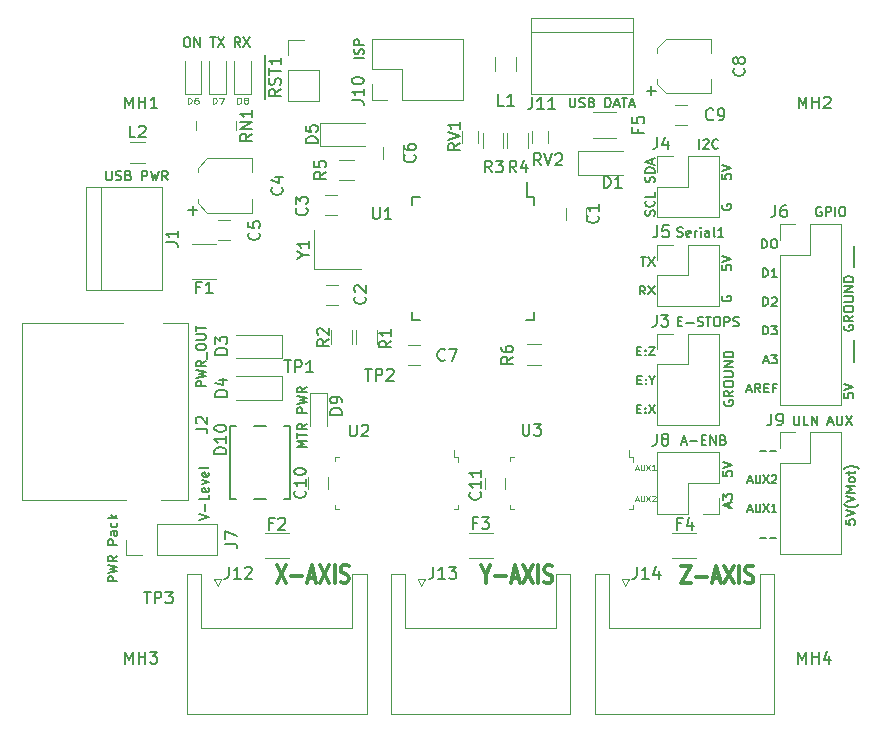
<source format=gto>
G04 #@! TF.GenerationSoftware,KiCad,Pcbnew,5.1.5-52549c5~84~ubuntu18.04.1*
G04 #@! TF.CreationDate,2020-01-13T18:21:35+00:00*
G04 #@! TF.ProjectId,sangaboard_v0.3,73616e67-6162-46f6-9172-645f76302e33,0.3*
G04 #@! TF.SameCoordinates,Original*
G04 #@! TF.FileFunction,Legend,Top*
G04 #@! TF.FilePolarity,Positive*
%FSLAX46Y46*%
G04 Gerber Fmt 4.6, Leading zero omitted, Abs format (unit mm)*
G04 Created by KiCad (PCBNEW 5.1.5-52549c5~84~ubuntu18.04.1) date 2020-01-13 18:21:35*
%MOMM*%
%LPD*%
G04 APERTURE LIST*
%ADD10C,0.200000*%
%ADD11C,0.125000*%
%ADD12C,0.175000*%
%ADD13C,0.300000*%
%ADD14C,0.120000*%
%ADD15C,0.150000*%
%ADD16C,0.100000*%
G04 APERTURE END LIST*
D10*
X122871904Y-47742380D02*
X122071904Y-47742380D01*
X122833809Y-47399523D02*
X122871904Y-47285238D01*
X122871904Y-47094761D01*
X122833809Y-47018571D01*
X122795714Y-46980476D01*
X122719523Y-46942380D01*
X122643333Y-46942380D01*
X122567142Y-46980476D01*
X122529047Y-47018571D01*
X122490952Y-47094761D01*
X122452857Y-47247142D01*
X122414761Y-47323333D01*
X122376666Y-47361428D01*
X122300476Y-47399523D01*
X122224285Y-47399523D01*
X122148095Y-47361428D01*
X122110000Y-47323333D01*
X122071904Y-47247142D01*
X122071904Y-47056666D01*
X122110000Y-46942380D01*
X122871904Y-46599523D02*
X122071904Y-46599523D01*
X122071904Y-46294761D01*
X122110000Y-46218571D01*
X122148095Y-46180476D01*
X122224285Y-46142380D01*
X122338571Y-46142380D01*
X122414761Y-46180476D01*
X122452857Y-46218571D01*
X122490952Y-46294761D01*
X122490952Y-46599523D01*
X101981904Y-92040476D02*
X101181904Y-92040476D01*
X101181904Y-91735714D01*
X101220000Y-91659523D01*
X101258095Y-91621428D01*
X101334285Y-91583333D01*
X101448571Y-91583333D01*
X101524761Y-91621428D01*
X101562857Y-91659523D01*
X101600952Y-91735714D01*
X101600952Y-92040476D01*
X101181904Y-91316666D02*
X101981904Y-91126190D01*
X101410476Y-90973809D01*
X101981904Y-90821428D01*
X101181904Y-90630952D01*
X101981904Y-89869047D02*
X101600952Y-90135714D01*
X101981904Y-90326190D02*
X101181904Y-90326190D01*
X101181904Y-90021428D01*
X101220000Y-89945238D01*
X101258095Y-89907142D01*
X101334285Y-89869047D01*
X101448571Y-89869047D01*
X101524761Y-89907142D01*
X101562857Y-89945238D01*
X101600952Y-90021428D01*
X101600952Y-90326190D01*
X101981904Y-88916666D02*
X101181904Y-88916666D01*
X101181904Y-88611904D01*
X101220000Y-88535714D01*
X101258095Y-88497619D01*
X101334285Y-88459523D01*
X101448571Y-88459523D01*
X101524761Y-88497619D01*
X101562857Y-88535714D01*
X101600952Y-88611904D01*
X101600952Y-88916666D01*
X101981904Y-87773809D02*
X101562857Y-87773809D01*
X101486666Y-87811904D01*
X101448571Y-87888095D01*
X101448571Y-88040476D01*
X101486666Y-88116666D01*
X101943809Y-87773809D02*
X101981904Y-87850000D01*
X101981904Y-88040476D01*
X101943809Y-88116666D01*
X101867619Y-88154761D01*
X101791428Y-88154761D01*
X101715238Y-88116666D01*
X101677142Y-88040476D01*
X101677142Y-87850000D01*
X101639047Y-87773809D01*
X101943809Y-87050000D02*
X101981904Y-87126190D01*
X101981904Y-87278571D01*
X101943809Y-87354761D01*
X101905714Y-87392857D01*
X101829523Y-87430952D01*
X101600952Y-87430952D01*
X101524761Y-87392857D01*
X101486666Y-87354761D01*
X101448571Y-87278571D01*
X101448571Y-87126190D01*
X101486666Y-87050000D01*
X101981904Y-86707142D02*
X101181904Y-86707142D01*
X101677142Y-86630952D02*
X101981904Y-86402380D01*
X101448571Y-86402380D02*
X101753333Y-86707142D01*
X159291428Y-77991904D02*
X159291428Y-78639523D01*
X159329523Y-78715714D01*
X159367619Y-78753809D01*
X159443809Y-78791904D01*
X159596190Y-78791904D01*
X159672380Y-78753809D01*
X159710476Y-78715714D01*
X159748571Y-78639523D01*
X159748571Y-77991904D01*
X160510476Y-78791904D02*
X160129523Y-78791904D01*
X160129523Y-77991904D01*
X160777142Y-78791904D02*
X160777142Y-77991904D01*
X161234285Y-78791904D01*
X161234285Y-77991904D01*
X162186666Y-78563333D02*
X162567619Y-78563333D01*
X162110476Y-78791904D02*
X162377142Y-77991904D01*
X162643809Y-78791904D01*
X162910476Y-77991904D02*
X162910476Y-78639523D01*
X162948571Y-78715714D01*
X162986666Y-78753809D01*
X163062857Y-78791904D01*
X163215238Y-78791904D01*
X163291428Y-78753809D01*
X163329523Y-78715714D01*
X163367619Y-78639523D01*
X163367619Y-77991904D01*
X163672380Y-77991904D02*
X164205714Y-78791904D01*
X164205714Y-77991904D02*
X163672380Y-78791904D01*
X161580476Y-60370000D02*
X161504285Y-60331904D01*
X161390000Y-60331904D01*
X161275714Y-60370000D01*
X161199523Y-60446190D01*
X161161428Y-60522380D01*
X161123333Y-60674761D01*
X161123333Y-60789047D01*
X161161428Y-60941428D01*
X161199523Y-61017619D01*
X161275714Y-61093809D01*
X161390000Y-61131904D01*
X161466190Y-61131904D01*
X161580476Y-61093809D01*
X161618571Y-61055714D01*
X161618571Y-60789047D01*
X161466190Y-60789047D01*
X161961428Y-61131904D02*
X161961428Y-60331904D01*
X162266190Y-60331904D01*
X162342380Y-60370000D01*
X162380476Y-60408095D01*
X162418571Y-60484285D01*
X162418571Y-60598571D01*
X162380476Y-60674761D01*
X162342380Y-60712857D01*
X162266190Y-60750952D01*
X161961428Y-60750952D01*
X162761428Y-61131904D02*
X162761428Y-60331904D01*
X163294761Y-60331904D02*
X163447142Y-60331904D01*
X163523333Y-60370000D01*
X163599523Y-60446190D01*
X163637619Y-60598571D01*
X163637619Y-60865238D01*
X163599523Y-61017619D01*
X163523333Y-61093809D01*
X163447142Y-61131904D01*
X163294761Y-61131904D01*
X163218571Y-61093809D01*
X163142380Y-61017619D01*
X163104285Y-60865238D01*
X163104285Y-60598571D01*
X163142380Y-60446190D01*
X163218571Y-60370000D01*
X163294761Y-60331904D01*
X149774285Y-80233333D02*
X150155238Y-80233333D01*
X149698095Y-80461904D02*
X149964761Y-79661904D01*
X150231428Y-80461904D01*
X150498095Y-80157142D02*
X151107619Y-80157142D01*
X151488571Y-80042857D02*
X151755238Y-80042857D01*
X151869523Y-80461904D02*
X151488571Y-80461904D01*
X151488571Y-79661904D01*
X151869523Y-79661904D01*
X152212380Y-80461904D02*
X152212380Y-79661904D01*
X152669523Y-80461904D01*
X152669523Y-79661904D01*
X153317142Y-80042857D02*
X153431428Y-80080952D01*
X153469523Y-80119047D01*
X153507619Y-80195238D01*
X153507619Y-80309523D01*
X153469523Y-80385714D01*
X153431428Y-80423809D01*
X153355238Y-80461904D01*
X153050476Y-80461904D01*
X153050476Y-79661904D01*
X153317142Y-79661904D01*
X153393333Y-79700000D01*
X153431428Y-79738095D01*
X153469523Y-79814285D01*
X153469523Y-79890476D01*
X153431428Y-79966666D01*
X153393333Y-80004761D01*
X153317142Y-80042857D01*
X153050476Y-80042857D01*
X149454761Y-70022857D02*
X149721428Y-70022857D01*
X149835714Y-70441904D02*
X149454761Y-70441904D01*
X149454761Y-69641904D01*
X149835714Y-69641904D01*
X150178571Y-70137142D02*
X150788095Y-70137142D01*
X151130952Y-70403809D02*
X151245238Y-70441904D01*
X151435714Y-70441904D01*
X151511904Y-70403809D01*
X151550000Y-70365714D01*
X151588095Y-70289523D01*
X151588095Y-70213333D01*
X151550000Y-70137142D01*
X151511904Y-70099047D01*
X151435714Y-70060952D01*
X151283333Y-70022857D01*
X151207142Y-69984761D01*
X151169047Y-69946666D01*
X151130952Y-69870476D01*
X151130952Y-69794285D01*
X151169047Y-69718095D01*
X151207142Y-69680000D01*
X151283333Y-69641904D01*
X151473809Y-69641904D01*
X151588095Y-69680000D01*
X151816666Y-69641904D02*
X152273809Y-69641904D01*
X152045238Y-70441904D02*
X152045238Y-69641904D01*
X152692857Y-69641904D02*
X152845238Y-69641904D01*
X152921428Y-69680000D01*
X152997619Y-69756190D01*
X153035714Y-69908571D01*
X153035714Y-70175238D01*
X152997619Y-70327619D01*
X152921428Y-70403809D01*
X152845238Y-70441904D01*
X152692857Y-70441904D01*
X152616666Y-70403809D01*
X152540476Y-70327619D01*
X152502380Y-70175238D01*
X152502380Y-69908571D01*
X152540476Y-69756190D01*
X152616666Y-69680000D01*
X152692857Y-69641904D01*
X153378571Y-70441904D02*
X153378571Y-69641904D01*
X153683333Y-69641904D01*
X153759523Y-69680000D01*
X153797619Y-69718095D01*
X153835714Y-69794285D01*
X153835714Y-69908571D01*
X153797619Y-69984761D01*
X153759523Y-70022857D01*
X153683333Y-70060952D01*
X153378571Y-70060952D01*
X154140476Y-70403809D02*
X154254761Y-70441904D01*
X154445238Y-70441904D01*
X154521428Y-70403809D01*
X154559523Y-70365714D01*
X154597619Y-70289523D01*
X154597619Y-70213333D01*
X154559523Y-70137142D01*
X154521428Y-70099047D01*
X154445238Y-70060952D01*
X154292857Y-70022857D01*
X154216666Y-69984761D01*
X154178571Y-69946666D01*
X154140476Y-69870476D01*
X154140476Y-69794285D01*
X154178571Y-69718095D01*
X154216666Y-69680000D01*
X154292857Y-69641904D01*
X154483333Y-69641904D01*
X154597619Y-69680000D01*
X149393809Y-62823809D02*
X149508095Y-62861904D01*
X149698571Y-62861904D01*
X149774761Y-62823809D01*
X149812857Y-62785714D01*
X149850952Y-62709523D01*
X149850952Y-62633333D01*
X149812857Y-62557142D01*
X149774761Y-62519047D01*
X149698571Y-62480952D01*
X149546190Y-62442857D01*
X149470000Y-62404761D01*
X149431904Y-62366666D01*
X149393809Y-62290476D01*
X149393809Y-62214285D01*
X149431904Y-62138095D01*
X149470000Y-62100000D01*
X149546190Y-62061904D01*
X149736666Y-62061904D01*
X149850952Y-62100000D01*
X150498571Y-62823809D02*
X150422380Y-62861904D01*
X150270000Y-62861904D01*
X150193809Y-62823809D01*
X150155714Y-62747619D01*
X150155714Y-62442857D01*
X150193809Y-62366666D01*
X150270000Y-62328571D01*
X150422380Y-62328571D01*
X150498571Y-62366666D01*
X150536666Y-62442857D01*
X150536666Y-62519047D01*
X150155714Y-62595238D01*
X150879523Y-62861904D02*
X150879523Y-62328571D01*
X150879523Y-62480952D02*
X150917619Y-62404761D01*
X150955714Y-62366666D01*
X151031904Y-62328571D01*
X151108095Y-62328571D01*
X151374761Y-62861904D02*
X151374761Y-62328571D01*
X151374761Y-62061904D02*
X151336666Y-62100000D01*
X151374761Y-62138095D01*
X151412857Y-62100000D01*
X151374761Y-62061904D01*
X151374761Y-62138095D01*
X152098571Y-62861904D02*
X152098571Y-62442857D01*
X152060476Y-62366666D01*
X151984285Y-62328571D01*
X151831904Y-62328571D01*
X151755714Y-62366666D01*
X152098571Y-62823809D02*
X152022380Y-62861904D01*
X151831904Y-62861904D01*
X151755714Y-62823809D01*
X151717619Y-62747619D01*
X151717619Y-62671428D01*
X151755714Y-62595238D01*
X151831904Y-62557142D01*
X152022380Y-62557142D01*
X152098571Y-62519047D01*
X152593809Y-62861904D02*
X152517619Y-62823809D01*
X152479523Y-62747619D01*
X152479523Y-62061904D01*
X153317619Y-62861904D02*
X152860476Y-62861904D01*
X153089047Y-62861904D02*
X153089047Y-62061904D01*
X153012857Y-62176190D01*
X152936666Y-62252380D01*
X152860476Y-62290476D01*
X151267619Y-55401904D02*
X151267619Y-54601904D01*
X151610476Y-54678095D02*
X151648571Y-54640000D01*
X151724761Y-54601904D01*
X151915238Y-54601904D01*
X151991428Y-54640000D01*
X152029523Y-54678095D01*
X152067619Y-54754285D01*
X152067619Y-54830476D01*
X152029523Y-54944761D01*
X151572380Y-55401904D01*
X152067619Y-55401904D01*
X152867619Y-55325714D02*
X152829523Y-55363809D01*
X152715238Y-55401904D01*
X152639047Y-55401904D01*
X152524761Y-55363809D01*
X152448571Y-55287619D01*
X152410476Y-55211428D01*
X152372380Y-55059047D01*
X152372380Y-54944761D01*
X152410476Y-54792380D01*
X152448571Y-54716190D01*
X152524761Y-54640000D01*
X152639047Y-54601904D01*
X152715238Y-54601904D01*
X152829523Y-54640000D01*
X152867619Y-54678095D01*
X140310000Y-51101904D02*
X140310000Y-51749523D01*
X140348095Y-51825714D01*
X140386190Y-51863809D01*
X140462380Y-51901904D01*
X140614761Y-51901904D01*
X140690952Y-51863809D01*
X140729047Y-51825714D01*
X140767142Y-51749523D01*
X140767142Y-51101904D01*
X141110000Y-51863809D02*
X141224285Y-51901904D01*
X141414761Y-51901904D01*
X141490952Y-51863809D01*
X141529047Y-51825714D01*
X141567142Y-51749523D01*
X141567142Y-51673333D01*
X141529047Y-51597142D01*
X141490952Y-51559047D01*
X141414761Y-51520952D01*
X141262380Y-51482857D01*
X141186190Y-51444761D01*
X141148095Y-51406666D01*
X141110000Y-51330476D01*
X141110000Y-51254285D01*
X141148095Y-51178095D01*
X141186190Y-51140000D01*
X141262380Y-51101904D01*
X141452857Y-51101904D01*
X141567142Y-51140000D01*
X142176666Y-51482857D02*
X142290952Y-51520952D01*
X142329047Y-51559047D01*
X142367142Y-51635238D01*
X142367142Y-51749523D01*
X142329047Y-51825714D01*
X142290952Y-51863809D01*
X142214761Y-51901904D01*
X141910000Y-51901904D01*
X141910000Y-51101904D01*
X142176666Y-51101904D01*
X142252857Y-51140000D01*
X142290952Y-51178095D01*
X142329047Y-51254285D01*
X142329047Y-51330476D01*
X142290952Y-51406666D01*
X142252857Y-51444761D01*
X142176666Y-51482857D01*
X141910000Y-51482857D01*
X143319523Y-51901904D02*
X143319523Y-51101904D01*
X143510000Y-51101904D01*
X143624285Y-51140000D01*
X143700476Y-51216190D01*
X143738571Y-51292380D01*
X143776666Y-51444761D01*
X143776666Y-51559047D01*
X143738571Y-51711428D01*
X143700476Y-51787619D01*
X143624285Y-51863809D01*
X143510000Y-51901904D01*
X143319523Y-51901904D01*
X144081428Y-51673333D02*
X144462380Y-51673333D01*
X144005238Y-51901904D02*
X144271904Y-51101904D01*
X144538571Y-51901904D01*
X144690952Y-51101904D02*
X145148095Y-51101904D01*
X144919523Y-51901904D02*
X144919523Y-51101904D01*
X145376666Y-51673333D02*
X145757619Y-51673333D01*
X145300476Y-51901904D02*
X145567142Y-51101904D01*
X145833809Y-51901904D01*
X118031904Y-80687142D02*
X117231904Y-80687142D01*
X117803333Y-80420476D01*
X117231904Y-80153809D01*
X118031904Y-80153809D01*
X117231904Y-79887142D02*
X117231904Y-79430000D01*
X118031904Y-79658571D02*
X117231904Y-79658571D01*
X118031904Y-78706190D02*
X117650952Y-78972857D01*
X118031904Y-79163333D02*
X117231904Y-79163333D01*
X117231904Y-78858571D01*
X117270000Y-78782380D01*
X117308095Y-78744285D01*
X117384285Y-78706190D01*
X117498571Y-78706190D01*
X117574761Y-78744285D01*
X117612857Y-78782380D01*
X117650952Y-78858571D01*
X117650952Y-79163333D01*
X118031904Y-77753809D02*
X117231904Y-77753809D01*
X117231904Y-77449047D01*
X117270000Y-77372857D01*
X117308095Y-77334761D01*
X117384285Y-77296666D01*
X117498571Y-77296666D01*
X117574761Y-77334761D01*
X117612857Y-77372857D01*
X117650952Y-77449047D01*
X117650952Y-77753809D01*
X117231904Y-77030000D02*
X118031904Y-76839523D01*
X117460476Y-76687142D01*
X118031904Y-76534761D01*
X117231904Y-76344285D01*
X118031904Y-75582380D02*
X117650952Y-75849047D01*
X118031904Y-76039523D02*
X117231904Y-76039523D01*
X117231904Y-75734761D01*
X117270000Y-75658571D01*
X117308095Y-75620476D01*
X117384285Y-75582380D01*
X117498571Y-75582380D01*
X117574761Y-75620476D01*
X117612857Y-75658571D01*
X117650952Y-75734761D01*
X117650952Y-76039523D01*
X107834285Y-45981904D02*
X107986666Y-45981904D01*
X108062857Y-46020000D01*
X108139047Y-46096190D01*
X108177142Y-46248571D01*
X108177142Y-46515238D01*
X108139047Y-46667619D01*
X108062857Y-46743809D01*
X107986666Y-46781904D01*
X107834285Y-46781904D01*
X107758095Y-46743809D01*
X107681904Y-46667619D01*
X107643809Y-46515238D01*
X107643809Y-46248571D01*
X107681904Y-46096190D01*
X107758095Y-46020000D01*
X107834285Y-45981904D01*
X108520000Y-46781904D02*
X108520000Y-45981904D01*
X108977142Y-46781904D01*
X108977142Y-45981904D01*
X109853333Y-45981904D02*
X110310476Y-45981904D01*
X110081904Y-46781904D02*
X110081904Y-45981904D01*
X110500952Y-45981904D02*
X111034285Y-46781904D01*
X111034285Y-45981904D02*
X110500952Y-46781904D01*
X112405714Y-46781904D02*
X112139047Y-46400952D01*
X111948571Y-46781904D02*
X111948571Y-45981904D01*
X112253333Y-45981904D01*
X112329523Y-46020000D01*
X112367619Y-46058095D01*
X112405714Y-46134285D01*
X112405714Y-46248571D01*
X112367619Y-46324761D01*
X112329523Y-46362857D01*
X112253333Y-46400952D01*
X111948571Y-46400952D01*
X112672380Y-45981904D02*
X113205714Y-46781904D01*
X113205714Y-45981904D02*
X112672380Y-46781904D01*
X101076666Y-57281904D02*
X101076666Y-57929523D01*
X101114761Y-58005714D01*
X101152857Y-58043809D01*
X101229047Y-58081904D01*
X101381428Y-58081904D01*
X101457619Y-58043809D01*
X101495714Y-58005714D01*
X101533809Y-57929523D01*
X101533809Y-57281904D01*
X101876666Y-58043809D02*
X101990952Y-58081904D01*
X102181428Y-58081904D01*
X102257619Y-58043809D01*
X102295714Y-58005714D01*
X102333809Y-57929523D01*
X102333809Y-57853333D01*
X102295714Y-57777142D01*
X102257619Y-57739047D01*
X102181428Y-57700952D01*
X102029047Y-57662857D01*
X101952857Y-57624761D01*
X101914761Y-57586666D01*
X101876666Y-57510476D01*
X101876666Y-57434285D01*
X101914761Y-57358095D01*
X101952857Y-57320000D01*
X102029047Y-57281904D01*
X102219523Y-57281904D01*
X102333809Y-57320000D01*
X102943333Y-57662857D02*
X103057619Y-57700952D01*
X103095714Y-57739047D01*
X103133809Y-57815238D01*
X103133809Y-57929523D01*
X103095714Y-58005714D01*
X103057619Y-58043809D01*
X102981428Y-58081904D01*
X102676666Y-58081904D01*
X102676666Y-57281904D01*
X102943333Y-57281904D01*
X103019523Y-57320000D01*
X103057619Y-57358095D01*
X103095714Y-57434285D01*
X103095714Y-57510476D01*
X103057619Y-57586666D01*
X103019523Y-57624761D01*
X102943333Y-57662857D01*
X102676666Y-57662857D01*
X104086190Y-58081904D02*
X104086190Y-57281904D01*
X104390952Y-57281904D01*
X104467142Y-57320000D01*
X104505238Y-57358095D01*
X104543333Y-57434285D01*
X104543333Y-57548571D01*
X104505238Y-57624761D01*
X104467142Y-57662857D01*
X104390952Y-57700952D01*
X104086190Y-57700952D01*
X104810000Y-57281904D02*
X105000476Y-58081904D01*
X105152857Y-57510476D01*
X105305238Y-58081904D01*
X105495714Y-57281904D01*
X106257619Y-58081904D02*
X105990952Y-57700952D01*
X105800476Y-58081904D02*
X105800476Y-57281904D01*
X106105238Y-57281904D01*
X106181428Y-57320000D01*
X106219523Y-57358095D01*
X106257619Y-57434285D01*
X106257619Y-57548571D01*
X106219523Y-57624761D01*
X106181428Y-57662857D01*
X106105238Y-57700952D01*
X105800476Y-57700952D01*
X109471904Y-75529047D02*
X108671904Y-75529047D01*
X108671904Y-75224285D01*
X108710000Y-75148095D01*
X108748095Y-75110000D01*
X108824285Y-75071904D01*
X108938571Y-75071904D01*
X109014761Y-75110000D01*
X109052857Y-75148095D01*
X109090952Y-75224285D01*
X109090952Y-75529047D01*
X108671904Y-74805238D02*
X109471904Y-74614761D01*
X108900476Y-74462380D01*
X109471904Y-74310000D01*
X108671904Y-74119523D01*
X109471904Y-73357619D02*
X109090952Y-73624285D01*
X109471904Y-73814761D02*
X108671904Y-73814761D01*
X108671904Y-73510000D01*
X108710000Y-73433809D01*
X108748095Y-73395714D01*
X108824285Y-73357619D01*
X108938571Y-73357619D01*
X109014761Y-73395714D01*
X109052857Y-73433809D01*
X109090952Y-73510000D01*
X109090952Y-73814761D01*
X109548095Y-73205238D02*
X109548095Y-72595714D01*
X108671904Y-72252857D02*
X108671904Y-72100476D01*
X108710000Y-72024285D01*
X108786190Y-71948095D01*
X108938571Y-71910000D01*
X109205238Y-71910000D01*
X109357619Y-71948095D01*
X109433809Y-72024285D01*
X109471904Y-72100476D01*
X109471904Y-72252857D01*
X109433809Y-72329047D01*
X109357619Y-72405238D01*
X109205238Y-72443333D01*
X108938571Y-72443333D01*
X108786190Y-72405238D01*
X108710000Y-72329047D01*
X108671904Y-72252857D01*
X108671904Y-71567142D02*
X109319523Y-71567142D01*
X109395714Y-71529047D01*
X109433809Y-71490952D01*
X109471904Y-71414761D01*
X109471904Y-71262380D01*
X109433809Y-71186190D01*
X109395714Y-71148095D01*
X109319523Y-71110000D01*
X108671904Y-71110000D01*
X108671904Y-70843333D02*
X108671904Y-70386190D01*
X109471904Y-70614761D02*
X108671904Y-70614761D01*
X108931904Y-86867619D02*
X109731904Y-86600952D01*
X108931904Y-86334285D01*
X109427142Y-86067619D02*
X109427142Y-85458095D01*
X109731904Y-84696190D02*
X109731904Y-85077142D01*
X108931904Y-85077142D01*
X109693809Y-84124761D02*
X109731904Y-84200952D01*
X109731904Y-84353333D01*
X109693809Y-84429523D01*
X109617619Y-84467619D01*
X109312857Y-84467619D01*
X109236666Y-84429523D01*
X109198571Y-84353333D01*
X109198571Y-84200952D01*
X109236666Y-84124761D01*
X109312857Y-84086666D01*
X109389047Y-84086666D01*
X109465238Y-84467619D01*
X109198571Y-83820000D02*
X109731904Y-83629523D01*
X109198571Y-83439047D01*
X109693809Y-82829523D02*
X109731904Y-82905714D01*
X109731904Y-83058095D01*
X109693809Y-83134285D01*
X109617619Y-83172380D01*
X109312857Y-83172380D01*
X109236666Y-83134285D01*
X109198571Y-83058095D01*
X109198571Y-82905714D01*
X109236666Y-82829523D01*
X109312857Y-82791428D01*
X109389047Y-82791428D01*
X109465238Y-83172380D01*
X109731904Y-82334285D02*
X109693809Y-82410476D01*
X109617619Y-82448571D01*
X108931904Y-82448571D01*
X163651904Y-86803809D02*
X163651904Y-87184761D01*
X164032857Y-87222857D01*
X163994761Y-87184761D01*
X163956666Y-87108571D01*
X163956666Y-86918095D01*
X163994761Y-86841904D01*
X164032857Y-86803809D01*
X164109047Y-86765714D01*
X164299523Y-86765714D01*
X164375714Y-86803809D01*
X164413809Y-86841904D01*
X164451904Y-86918095D01*
X164451904Y-87108571D01*
X164413809Y-87184761D01*
X164375714Y-87222857D01*
X163651904Y-86537142D02*
X164451904Y-86270476D01*
X163651904Y-86003809D01*
X164756666Y-85508571D02*
X164718571Y-85546666D01*
X164604285Y-85622857D01*
X164528095Y-85660952D01*
X164413809Y-85699047D01*
X164223333Y-85737142D01*
X164070952Y-85737142D01*
X163880476Y-85699047D01*
X163766190Y-85660952D01*
X163690000Y-85622857D01*
X163575714Y-85546666D01*
X163537619Y-85508571D01*
X163651904Y-85318095D02*
X164451904Y-85051428D01*
X163651904Y-84784761D01*
X164451904Y-84518095D02*
X163651904Y-84518095D01*
X164223333Y-84251428D01*
X163651904Y-83984761D01*
X164451904Y-83984761D01*
X164451904Y-83489523D02*
X164413809Y-83565714D01*
X164375714Y-83603809D01*
X164299523Y-83641904D01*
X164070952Y-83641904D01*
X163994761Y-83603809D01*
X163956666Y-83565714D01*
X163918571Y-83489523D01*
X163918571Y-83375238D01*
X163956666Y-83299047D01*
X163994761Y-83260952D01*
X164070952Y-83222857D01*
X164299523Y-83222857D01*
X164375714Y-83260952D01*
X164413809Y-83299047D01*
X164451904Y-83375238D01*
X164451904Y-83489523D01*
X163918571Y-82994285D02*
X163918571Y-82689523D01*
X163651904Y-82880000D02*
X164337619Y-82880000D01*
X164413809Y-82841904D01*
X164451904Y-82765714D01*
X164451904Y-82689523D01*
X164756666Y-82499047D02*
X164718571Y-82460952D01*
X164604285Y-82384761D01*
X164528095Y-82346666D01*
X164413809Y-82308571D01*
X164223333Y-82270476D01*
X164070952Y-82270476D01*
X163880476Y-82308571D01*
X163766190Y-82346666D01*
X163690000Y-82384761D01*
X163575714Y-82460952D01*
X163537619Y-82499047D01*
X153390000Y-76724761D02*
X153351904Y-76800952D01*
X153351904Y-76915238D01*
X153390000Y-77029523D01*
X153466190Y-77105714D01*
X153542380Y-77143809D01*
X153694761Y-77181904D01*
X153809047Y-77181904D01*
X153961428Y-77143809D01*
X154037619Y-77105714D01*
X154113809Y-77029523D01*
X154151904Y-76915238D01*
X154151904Y-76839047D01*
X154113809Y-76724761D01*
X154075714Y-76686666D01*
X153809047Y-76686666D01*
X153809047Y-76839047D01*
X154151904Y-75886666D02*
X153770952Y-76153333D01*
X154151904Y-76343809D02*
X153351904Y-76343809D01*
X153351904Y-76039047D01*
X153390000Y-75962857D01*
X153428095Y-75924761D01*
X153504285Y-75886666D01*
X153618571Y-75886666D01*
X153694761Y-75924761D01*
X153732857Y-75962857D01*
X153770952Y-76039047D01*
X153770952Y-76343809D01*
X153351904Y-75391428D02*
X153351904Y-75239047D01*
X153390000Y-75162857D01*
X153466190Y-75086666D01*
X153618571Y-75048571D01*
X153885238Y-75048571D01*
X154037619Y-75086666D01*
X154113809Y-75162857D01*
X154151904Y-75239047D01*
X154151904Y-75391428D01*
X154113809Y-75467619D01*
X154037619Y-75543809D01*
X153885238Y-75581904D01*
X153618571Y-75581904D01*
X153466190Y-75543809D01*
X153390000Y-75467619D01*
X153351904Y-75391428D01*
X153351904Y-74705714D02*
X153999523Y-74705714D01*
X154075714Y-74667619D01*
X154113809Y-74629523D01*
X154151904Y-74553333D01*
X154151904Y-74400952D01*
X154113809Y-74324761D01*
X154075714Y-74286666D01*
X153999523Y-74248571D01*
X153351904Y-74248571D01*
X154151904Y-73867619D02*
X153351904Y-73867619D01*
X154151904Y-73410476D01*
X153351904Y-73410476D01*
X154151904Y-73029523D02*
X153351904Y-73029523D01*
X153351904Y-72839047D01*
X153390000Y-72724761D01*
X153466190Y-72648571D01*
X153542380Y-72610476D01*
X153694761Y-72572380D01*
X153809047Y-72572380D01*
X153961428Y-72610476D01*
X154037619Y-72648571D01*
X154113809Y-72724761D01*
X154151904Y-72839047D01*
X154151904Y-73029523D01*
X153813333Y-85781904D02*
X153813333Y-85400952D01*
X154041904Y-85858095D02*
X153241904Y-85591428D01*
X154041904Y-85324761D01*
X153241904Y-85134285D02*
X153241904Y-84639047D01*
X153546666Y-84905714D01*
X153546666Y-84791428D01*
X153584761Y-84715238D01*
X153622857Y-84677142D01*
X153699047Y-84639047D01*
X153889523Y-84639047D01*
X153965714Y-84677142D01*
X154003809Y-84715238D01*
X154041904Y-84791428D01*
X154041904Y-85020000D01*
X154003809Y-85096190D01*
X153965714Y-85134285D01*
X153241904Y-82696190D02*
X153241904Y-83077142D01*
X153622857Y-83115238D01*
X153584761Y-83077142D01*
X153546666Y-83000952D01*
X153546666Y-82810476D01*
X153584761Y-82734285D01*
X153622857Y-82696190D01*
X153699047Y-82658095D01*
X153889523Y-82658095D01*
X153965714Y-82696190D01*
X154003809Y-82734285D01*
X154041904Y-82810476D01*
X154041904Y-83000952D01*
X154003809Y-83077142D01*
X153965714Y-83115238D01*
X153241904Y-82429523D02*
X154041904Y-82162857D01*
X153241904Y-81896190D01*
X153230000Y-67876666D02*
X153191904Y-67952857D01*
X153191904Y-68067142D01*
X153230000Y-68181428D01*
X153306190Y-68257619D01*
X153382380Y-68295714D01*
X153534761Y-68333809D01*
X153649047Y-68333809D01*
X153801428Y-68295714D01*
X153877619Y-68257619D01*
X153953809Y-68181428D01*
X153991904Y-68067142D01*
X153991904Y-67990952D01*
X153953809Y-67876666D01*
X153915714Y-67838571D01*
X153649047Y-67838571D01*
X153649047Y-67990952D01*
X153191904Y-65286190D02*
X153191904Y-65667142D01*
X153572857Y-65705238D01*
X153534761Y-65667142D01*
X153496666Y-65590952D01*
X153496666Y-65400476D01*
X153534761Y-65324285D01*
X153572857Y-65286190D01*
X153649047Y-65248095D01*
X153839523Y-65248095D01*
X153915714Y-65286190D01*
X153953809Y-65324285D01*
X153991904Y-65400476D01*
X153991904Y-65590952D01*
X153953809Y-65667142D01*
X153915714Y-65705238D01*
X153191904Y-65019523D02*
X153991904Y-64752857D01*
X153191904Y-64486190D01*
D11*
X145869226Y-82500833D02*
X146107321Y-82500833D01*
X145821607Y-82643690D02*
X145988273Y-82143690D01*
X146154940Y-82643690D01*
X146321607Y-82143690D02*
X146321607Y-82548452D01*
X146345416Y-82596071D01*
X146369226Y-82619880D01*
X146416845Y-82643690D01*
X146512083Y-82643690D01*
X146559702Y-82619880D01*
X146583511Y-82596071D01*
X146607321Y-82548452D01*
X146607321Y-82143690D01*
X146797797Y-82143690D02*
X147131130Y-82643690D01*
X147131130Y-82143690D02*
X146797797Y-82643690D01*
X147583511Y-82643690D02*
X147297797Y-82643690D01*
X147440654Y-82643690D02*
X147440654Y-82143690D01*
X147393035Y-82215119D01*
X147345416Y-82262738D01*
X147297797Y-82286547D01*
X145869226Y-85125833D02*
X146107321Y-85125833D01*
X145821607Y-85268690D02*
X145988273Y-84768690D01*
X146154940Y-85268690D01*
X146321607Y-84768690D02*
X146321607Y-85173452D01*
X146345416Y-85221071D01*
X146369226Y-85244880D01*
X146416845Y-85268690D01*
X146512083Y-85268690D01*
X146559702Y-85244880D01*
X146583511Y-85221071D01*
X146607321Y-85173452D01*
X146607321Y-84768690D01*
X146797797Y-84768690D02*
X147131130Y-85268690D01*
X147131130Y-84768690D02*
X146797797Y-85268690D01*
X147297797Y-84816309D02*
X147321607Y-84792500D01*
X147369226Y-84768690D01*
X147488273Y-84768690D01*
X147535892Y-84792500D01*
X147559702Y-84816309D01*
X147583511Y-84863928D01*
X147583511Y-84911547D01*
X147559702Y-84982976D01*
X147273988Y-85268690D01*
X147583511Y-85268690D01*
D12*
X156369583Y-81015000D02*
X156902916Y-81015000D01*
X157236250Y-81015000D02*
X157769583Y-81015000D01*
X155402916Y-83531666D02*
X155736250Y-83531666D01*
X155336250Y-83731666D02*
X155569583Y-83031666D01*
X155802916Y-83731666D01*
X156036250Y-83031666D02*
X156036250Y-83598333D01*
X156069583Y-83665000D01*
X156102916Y-83698333D01*
X156169583Y-83731666D01*
X156302916Y-83731666D01*
X156369583Y-83698333D01*
X156402916Y-83665000D01*
X156436250Y-83598333D01*
X156436250Y-83031666D01*
X156702916Y-83031666D02*
X157169583Y-83731666D01*
X157169583Y-83031666D02*
X156702916Y-83731666D01*
X157402916Y-83098333D02*
X157436250Y-83065000D01*
X157502916Y-83031666D01*
X157669583Y-83031666D01*
X157736250Y-83065000D01*
X157769583Y-83098333D01*
X157802916Y-83165000D01*
X157802916Y-83231666D01*
X157769583Y-83331666D01*
X157369583Y-83731666D01*
X157802916Y-83731666D01*
X155402916Y-85981666D02*
X155736250Y-85981666D01*
X155336250Y-86181666D02*
X155569583Y-85481666D01*
X155802916Y-86181666D01*
X156036250Y-85481666D02*
X156036250Y-86048333D01*
X156069583Y-86115000D01*
X156102916Y-86148333D01*
X156169583Y-86181666D01*
X156302916Y-86181666D01*
X156369583Y-86148333D01*
X156402916Y-86115000D01*
X156436250Y-86048333D01*
X156436250Y-85481666D01*
X156702916Y-85481666D02*
X157169583Y-86181666D01*
X157169583Y-85481666D02*
X156702916Y-86181666D01*
X157802916Y-86181666D02*
X157402916Y-86181666D01*
X157602916Y-86181666D02*
X157602916Y-85481666D01*
X157536250Y-85581666D01*
X157469583Y-85648333D01*
X157402916Y-85681666D01*
X156369583Y-88365000D02*
X156902916Y-88365000D01*
X157236250Y-88365000D02*
X157769583Y-88365000D01*
D10*
X163521904Y-76125238D02*
X163521904Y-76506190D01*
X163902857Y-76544285D01*
X163864761Y-76506190D01*
X163826666Y-76430000D01*
X163826666Y-76239523D01*
X163864761Y-76163333D01*
X163902857Y-76125238D01*
X163979047Y-76087142D01*
X164169523Y-76087142D01*
X164245714Y-76125238D01*
X164283809Y-76163333D01*
X164321904Y-76239523D01*
X164321904Y-76430000D01*
X164283809Y-76506190D01*
X164245714Y-76544285D01*
X163521904Y-75858571D02*
X164321904Y-75591904D01*
X163521904Y-75325238D01*
X164398095Y-73420476D02*
X164398095Y-72810952D01*
X164398095Y-72810952D02*
X164398095Y-72201428D01*
X164398095Y-72201428D02*
X164398095Y-71591904D01*
X163560000Y-70372857D02*
X163521904Y-70449047D01*
X163521904Y-70563333D01*
X163560000Y-70677619D01*
X163636190Y-70753809D01*
X163712380Y-70791904D01*
X163864761Y-70830000D01*
X163979047Y-70830000D01*
X164131428Y-70791904D01*
X164207619Y-70753809D01*
X164283809Y-70677619D01*
X164321904Y-70563333D01*
X164321904Y-70487142D01*
X164283809Y-70372857D01*
X164245714Y-70334761D01*
X163979047Y-70334761D01*
X163979047Y-70487142D01*
X164321904Y-69534761D02*
X163940952Y-69801428D01*
X164321904Y-69991904D02*
X163521904Y-69991904D01*
X163521904Y-69687142D01*
X163560000Y-69610952D01*
X163598095Y-69572857D01*
X163674285Y-69534761D01*
X163788571Y-69534761D01*
X163864761Y-69572857D01*
X163902857Y-69610952D01*
X163940952Y-69687142D01*
X163940952Y-69991904D01*
X163521904Y-69039523D02*
X163521904Y-68887142D01*
X163560000Y-68810952D01*
X163636190Y-68734761D01*
X163788571Y-68696666D01*
X164055238Y-68696666D01*
X164207619Y-68734761D01*
X164283809Y-68810952D01*
X164321904Y-68887142D01*
X164321904Y-69039523D01*
X164283809Y-69115714D01*
X164207619Y-69191904D01*
X164055238Y-69230000D01*
X163788571Y-69230000D01*
X163636190Y-69191904D01*
X163560000Y-69115714D01*
X163521904Y-69039523D01*
X163521904Y-68353809D02*
X164169523Y-68353809D01*
X164245714Y-68315714D01*
X164283809Y-68277619D01*
X164321904Y-68201428D01*
X164321904Y-68049047D01*
X164283809Y-67972857D01*
X164245714Y-67934761D01*
X164169523Y-67896666D01*
X163521904Y-67896666D01*
X164321904Y-67515714D02*
X163521904Y-67515714D01*
X164321904Y-67058571D01*
X163521904Y-67058571D01*
X164321904Y-66677619D02*
X163521904Y-66677619D01*
X163521904Y-66487142D01*
X163560000Y-66372857D01*
X163636190Y-66296666D01*
X163712380Y-66258571D01*
X163864761Y-66220476D01*
X163979047Y-66220476D01*
X164131428Y-66258571D01*
X164207619Y-66296666D01*
X164283809Y-66372857D01*
X164321904Y-66487142D01*
X164321904Y-66677619D01*
X164398095Y-65458571D02*
X164398095Y-64849047D01*
X164398095Y-64849047D02*
X164398095Y-64239523D01*
X164398095Y-64239523D02*
X164398095Y-63630000D01*
X153200000Y-60146666D02*
X153161904Y-60222857D01*
X153161904Y-60337142D01*
X153200000Y-60451428D01*
X153276190Y-60527619D01*
X153352380Y-60565714D01*
X153504761Y-60603809D01*
X153619047Y-60603809D01*
X153771428Y-60565714D01*
X153847619Y-60527619D01*
X153923809Y-60451428D01*
X153961904Y-60337142D01*
X153961904Y-60260952D01*
X153923809Y-60146666D01*
X153885714Y-60108571D01*
X153619047Y-60108571D01*
X153619047Y-60260952D01*
X153161904Y-57556190D02*
X153161904Y-57937142D01*
X153542857Y-57975238D01*
X153504761Y-57937142D01*
X153466666Y-57860952D01*
X153466666Y-57670476D01*
X153504761Y-57594285D01*
X153542857Y-57556190D01*
X153619047Y-57518095D01*
X153809523Y-57518095D01*
X153885714Y-57556190D01*
X153923809Y-57594285D01*
X153961904Y-57670476D01*
X153961904Y-57860952D01*
X153923809Y-57937142D01*
X153885714Y-57975238D01*
X153161904Y-57289523D02*
X153961904Y-57022857D01*
X153161904Y-56756190D01*
X147443809Y-61064285D02*
X147481904Y-60950000D01*
X147481904Y-60759523D01*
X147443809Y-60683333D01*
X147405714Y-60645238D01*
X147329523Y-60607142D01*
X147253333Y-60607142D01*
X147177142Y-60645238D01*
X147139047Y-60683333D01*
X147100952Y-60759523D01*
X147062857Y-60911904D01*
X147024761Y-60988095D01*
X146986666Y-61026190D01*
X146910476Y-61064285D01*
X146834285Y-61064285D01*
X146758095Y-61026190D01*
X146720000Y-60988095D01*
X146681904Y-60911904D01*
X146681904Y-60721428D01*
X146720000Y-60607142D01*
X147405714Y-59807142D02*
X147443809Y-59845238D01*
X147481904Y-59959523D01*
X147481904Y-60035714D01*
X147443809Y-60150000D01*
X147367619Y-60226190D01*
X147291428Y-60264285D01*
X147139047Y-60302380D01*
X147024761Y-60302380D01*
X146872380Y-60264285D01*
X146796190Y-60226190D01*
X146720000Y-60150000D01*
X146681904Y-60035714D01*
X146681904Y-59959523D01*
X146720000Y-59845238D01*
X146758095Y-59807142D01*
X147481904Y-59083333D02*
X147481904Y-59464285D01*
X146681904Y-59464285D01*
X147443809Y-58245238D02*
X147481904Y-58130952D01*
X147481904Y-57940476D01*
X147443809Y-57864285D01*
X147405714Y-57826190D01*
X147329523Y-57788095D01*
X147253333Y-57788095D01*
X147177142Y-57826190D01*
X147139047Y-57864285D01*
X147100952Y-57940476D01*
X147062857Y-58092857D01*
X147024761Y-58169047D01*
X146986666Y-58207142D01*
X146910476Y-58245238D01*
X146834285Y-58245238D01*
X146758095Y-58207142D01*
X146720000Y-58169047D01*
X146681904Y-58092857D01*
X146681904Y-57902380D01*
X146720000Y-57788095D01*
X147481904Y-57445238D02*
X146681904Y-57445238D01*
X146681904Y-57254761D01*
X146720000Y-57140476D01*
X146796190Y-57064285D01*
X146872380Y-57026190D01*
X147024761Y-56988095D01*
X147139047Y-56988095D01*
X147291428Y-57026190D01*
X147367619Y-57064285D01*
X147443809Y-57140476D01*
X147481904Y-57254761D01*
X147481904Y-57445238D01*
X147253333Y-56683333D02*
X147253333Y-56302380D01*
X147481904Y-56759523D02*
X146681904Y-56492857D01*
X147481904Y-56226190D01*
D12*
X146311011Y-64591666D02*
X146768154Y-64591666D01*
X146539583Y-65291666D02*
X146539583Y-64591666D01*
X146958630Y-64591666D02*
X147491964Y-65291666D01*
X147491964Y-64591666D02*
X146958630Y-65291666D01*
X146691964Y-67741666D02*
X146425297Y-67408333D01*
X146234821Y-67741666D02*
X146234821Y-67041666D01*
X146539583Y-67041666D01*
X146615773Y-67075000D01*
X146653869Y-67108333D01*
X146691964Y-67175000D01*
X146691964Y-67275000D01*
X146653869Y-67341666D01*
X146615773Y-67375000D01*
X146539583Y-67408333D01*
X146234821Y-67408333D01*
X146958630Y-67041666D02*
X147491964Y-67741666D01*
X147491964Y-67041666D02*
X146958630Y-67741666D01*
X145960059Y-72530000D02*
X146226726Y-72530000D01*
X146341011Y-72896666D02*
X145960059Y-72896666D01*
X145960059Y-72196666D01*
X146341011Y-72196666D01*
X146683869Y-72830000D02*
X146721964Y-72863333D01*
X146683869Y-72896666D01*
X146645773Y-72863333D01*
X146683869Y-72830000D01*
X146683869Y-72896666D01*
X146683869Y-72463333D02*
X146721964Y-72496666D01*
X146683869Y-72530000D01*
X146645773Y-72496666D01*
X146683869Y-72463333D01*
X146683869Y-72530000D01*
X146988630Y-72196666D02*
X147521964Y-72196666D01*
X146988630Y-72896666D01*
X147521964Y-72896666D01*
X146036250Y-74980000D02*
X146302916Y-74980000D01*
X146417202Y-75346666D02*
X146036250Y-75346666D01*
X146036250Y-74646666D01*
X146417202Y-74646666D01*
X146760059Y-75280000D02*
X146798154Y-75313333D01*
X146760059Y-75346666D01*
X146721964Y-75313333D01*
X146760059Y-75280000D01*
X146760059Y-75346666D01*
X146760059Y-74913333D02*
X146798154Y-74946666D01*
X146760059Y-74980000D01*
X146721964Y-74946666D01*
X146760059Y-74913333D01*
X146760059Y-74980000D01*
X147293392Y-75013333D02*
X147293392Y-75346666D01*
X147026726Y-74646666D02*
X147293392Y-75013333D01*
X147560059Y-74646666D01*
X145960059Y-77430000D02*
X146226726Y-77430000D01*
X146341011Y-77796666D02*
X145960059Y-77796666D01*
X145960059Y-77096666D01*
X146341011Y-77096666D01*
X146683869Y-77730000D02*
X146721964Y-77763333D01*
X146683869Y-77796666D01*
X146645773Y-77763333D01*
X146683869Y-77730000D01*
X146683869Y-77796666D01*
X146683869Y-77363333D02*
X146721964Y-77396666D01*
X146683869Y-77430000D01*
X146645773Y-77396666D01*
X146683869Y-77363333D01*
X146683869Y-77430000D01*
X146988630Y-77096666D02*
X147521964Y-77796666D01*
X147521964Y-77096666D02*
X146988630Y-77796666D01*
X156558630Y-63781666D02*
X156558630Y-63081666D01*
X156749107Y-63081666D01*
X156863392Y-63115000D01*
X156939583Y-63181666D01*
X156977678Y-63248333D01*
X157015773Y-63381666D01*
X157015773Y-63481666D01*
X156977678Y-63615000D01*
X156939583Y-63681666D01*
X156863392Y-63748333D01*
X156749107Y-63781666D01*
X156558630Y-63781666D01*
X157511011Y-63081666D02*
X157663392Y-63081666D01*
X157739583Y-63115000D01*
X157815773Y-63181666D01*
X157853869Y-63315000D01*
X157853869Y-63548333D01*
X157815773Y-63681666D01*
X157739583Y-63748333D01*
X157663392Y-63781666D01*
X157511011Y-63781666D01*
X157434821Y-63748333D01*
X157358630Y-63681666D01*
X157320535Y-63548333D01*
X157320535Y-63315000D01*
X157358630Y-63181666D01*
X157434821Y-63115000D01*
X157511011Y-63081666D01*
X156634821Y-66231666D02*
X156634821Y-65531666D01*
X156825297Y-65531666D01*
X156939583Y-65565000D01*
X157015773Y-65631666D01*
X157053869Y-65698333D01*
X157091964Y-65831666D01*
X157091964Y-65931666D01*
X157053869Y-66065000D01*
X157015773Y-66131666D01*
X156939583Y-66198333D01*
X156825297Y-66231666D01*
X156634821Y-66231666D01*
X157853869Y-66231666D02*
X157396726Y-66231666D01*
X157625297Y-66231666D02*
X157625297Y-65531666D01*
X157549107Y-65631666D01*
X157472916Y-65698333D01*
X157396726Y-65731666D01*
X156634821Y-68681666D02*
X156634821Y-67981666D01*
X156825297Y-67981666D01*
X156939583Y-68015000D01*
X157015773Y-68081666D01*
X157053869Y-68148333D01*
X157091964Y-68281666D01*
X157091964Y-68381666D01*
X157053869Y-68515000D01*
X157015773Y-68581666D01*
X156939583Y-68648333D01*
X156825297Y-68681666D01*
X156634821Y-68681666D01*
X157396726Y-68048333D02*
X157434821Y-68015000D01*
X157511011Y-67981666D01*
X157701488Y-67981666D01*
X157777678Y-68015000D01*
X157815773Y-68048333D01*
X157853869Y-68115000D01*
X157853869Y-68181666D01*
X157815773Y-68281666D01*
X157358630Y-68681666D01*
X157853869Y-68681666D01*
X156634821Y-71131666D02*
X156634821Y-70431666D01*
X156825297Y-70431666D01*
X156939583Y-70465000D01*
X157015773Y-70531666D01*
X157053869Y-70598333D01*
X157091964Y-70731666D01*
X157091964Y-70831666D01*
X157053869Y-70965000D01*
X157015773Y-71031666D01*
X156939583Y-71098333D01*
X156825297Y-71131666D01*
X156634821Y-71131666D01*
X157358630Y-70431666D02*
X157853869Y-70431666D01*
X157587202Y-70698333D01*
X157701488Y-70698333D01*
X157777678Y-70731666D01*
X157815773Y-70765000D01*
X157853869Y-70831666D01*
X157853869Y-70998333D01*
X157815773Y-71065000D01*
X157777678Y-71098333D01*
X157701488Y-71131666D01*
X157472916Y-71131666D01*
X157396726Y-71098333D01*
X157358630Y-71065000D01*
X156711011Y-73381666D02*
X157091964Y-73381666D01*
X156634821Y-73581666D02*
X156901488Y-72881666D01*
X157168154Y-73581666D01*
X157358630Y-72881666D02*
X157853869Y-72881666D01*
X157587202Y-73148333D01*
X157701488Y-73148333D01*
X157777678Y-73181666D01*
X157815773Y-73215000D01*
X157853869Y-73281666D01*
X157853869Y-73448333D01*
X157815773Y-73515000D01*
X157777678Y-73548333D01*
X157701488Y-73581666D01*
X157472916Y-73581666D01*
X157396726Y-73548333D01*
X157358630Y-73515000D01*
X155263392Y-75831666D02*
X155644345Y-75831666D01*
X155187202Y-76031666D02*
X155453869Y-75331666D01*
X155720535Y-76031666D01*
X156444345Y-76031666D02*
X156177678Y-75698333D01*
X155987202Y-76031666D02*
X155987202Y-75331666D01*
X156291964Y-75331666D01*
X156368154Y-75365000D01*
X156406250Y-75398333D01*
X156444345Y-75465000D01*
X156444345Y-75565000D01*
X156406250Y-75631666D01*
X156368154Y-75665000D01*
X156291964Y-75698333D01*
X155987202Y-75698333D01*
X156787202Y-75665000D02*
X157053869Y-75665000D01*
X157168154Y-76031666D02*
X156787202Y-76031666D01*
X156787202Y-75331666D01*
X157168154Y-75331666D01*
X157777678Y-75665000D02*
X157511011Y-75665000D01*
X157511011Y-76031666D02*
X157511011Y-75331666D01*
X157891964Y-75331666D01*
D13*
X149744285Y-90698571D02*
X150544285Y-90698571D01*
X149744285Y-92198571D01*
X150544285Y-92198571D01*
X151001428Y-91627142D02*
X151915714Y-91627142D01*
X152430000Y-91770000D02*
X153001428Y-91770000D01*
X152315714Y-92198571D02*
X152715714Y-90698571D01*
X153115714Y-92198571D01*
X153401428Y-90698571D02*
X154201428Y-92198571D01*
X154201428Y-90698571D02*
X153401428Y-92198571D01*
X154658571Y-92198571D02*
X154658571Y-90698571D01*
X155172857Y-92127142D02*
X155344285Y-92198571D01*
X155630000Y-92198571D01*
X155744285Y-92127142D01*
X155801428Y-92055714D01*
X155858571Y-91912857D01*
X155858571Y-91770000D01*
X155801428Y-91627142D01*
X155744285Y-91555714D01*
X155630000Y-91484285D01*
X155401428Y-91412857D01*
X155287142Y-91341428D01*
X155230000Y-91270000D01*
X155172857Y-91127142D01*
X155172857Y-90984285D01*
X155230000Y-90841428D01*
X155287142Y-90770000D01*
X155401428Y-90698571D01*
X155687142Y-90698571D01*
X155858571Y-90770000D01*
X133184285Y-91454285D02*
X133184285Y-92168571D01*
X132784285Y-90668571D02*
X133184285Y-91454285D01*
X133584285Y-90668571D01*
X133984285Y-91597142D02*
X134898571Y-91597142D01*
X135412857Y-91740000D02*
X135984285Y-91740000D01*
X135298571Y-92168571D02*
X135698571Y-90668571D01*
X136098571Y-92168571D01*
X136384285Y-90668571D02*
X137184285Y-92168571D01*
X137184285Y-90668571D02*
X136384285Y-92168571D01*
X137641428Y-92168571D02*
X137641428Y-90668571D01*
X138155714Y-92097142D02*
X138327142Y-92168571D01*
X138612857Y-92168571D01*
X138727142Y-92097142D01*
X138784285Y-92025714D01*
X138841428Y-91882857D01*
X138841428Y-91740000D01*
X138784285Y-91597142D01*
X138727142Y-91525714D01*
X138612857Y-91454285D01*
X138384285Y-91382857D01*
X138270000Y-91311428D01*
X138212857Y-91240000D01*
X138155714Y-91097142D01*
X138155714Y-90954285D01*
X138212857Y-90811428D01*
X138270000Y-90740000D01*
X138384285Y-90668571D01*
X138670000Y-90668571D01*
X138841428Y-90740000D01*
X115474285Y-90638571D02*
X116274285Y-92138571D01*
X116274285Y-90638571D02*
X115474285Y-92138571D01*
X116731428Y-91567142D02*
X117645714Y-91567142D01*
X118160000Y-91710000D02*
X118731428Y-91710000D01*
X118045714Y-92138571D02*
X118445714Y-90638571D01*
X118845714Y-92138571D01*
X119131428Y-90638571D02*
X119931428Y-92138571D01*
X119931428Y-90638571D02*
X119131428Y-92138571D01*
X120388571Y-92138571D02*
X120388571Y-90638571D01*
X120902857Y-92067142D02*
X121074285Y-92138571D01*
X121360000Y-92138571D01*
X121474285Y-92067142D01*
X121531428Y-91995714D01*
X121588571Y-91852857D01*
X121588571Y-91710000D01*
X121531428Y-91567142D01*
X121474285Y-91495714D01*
X121360000Y-91424285D01*
X121131428Y-91352857D01*
X121017142Y-91281428D01*
X120960000Y-91210000D01*
X120902857Y-91067142D01*
X120902857Y-90924285D01*
X120960000Y-90781428D01*
X121017142Y-90710000D01*
X121131428Y-90638571D01*
X121417142Y-90638571D01*
X121588571Y-90710000D01*
D14*
X111900000Y-50800000D02*
X111900000Y-48000000D01*
X113300000Y-50800000D02*
X113300000Y-48000000D01*
X111900000Y-50800000D02*
X113300000Y-50800000D01*
X109620000Y-56230000D02*
X108850000Y-57000000D01*
X109620000Y-56230000D02*
X113430000Y-56230000D01*
X109620000Y-60810000D02*
X108850000Y-60040000D01*
X109620000Y-60810000D02*
X113430000Y-60810000D01*
X108850000Y-60040000D02*
X108850000Y-59640000D01*
X108850000Y-57000000D02*
X108850000Y-57400000D01*
X113430000Y-56230000D02*
X113430000Y-57400000D01*
X113430000Y-60810000D02*
X113430000Y-59640000D01*
X148480000Y-46110000D02*
X147710000Y-46880000D01*
X148480000Y-46110000D02*
X152290000Y-46110000D01*
X148480000Y-50690000D02*
X147710000Y-49920000D01*
X148480000Y-50690000D02*
X152290000Y-50690000D01*
X147710000Y-46880000D02*
X147710000Y-47280000D01*
X152290000Y-46110000D02*
X152290000Y-47280000D01*
X152290000Y-50690000D02*
X152290000Y-49520000D01*
X147710000Y-49920000D02*
X147710000Y-49520000D01*
X141000000Y-55600000D02*
X141000000Y-57600000D01*
X141000000Y-57600000D02*
X144850000Y-57600000D01*
X141000000Y-55600000D02*
X144850000Y-55600000D01*
X115900000Y-73150000D02*
X112050000Y-73150000D01*
X115900000Y-71150000D02*
X112050000Y-71150000D01*
X115900000Y-73150000D02*
X115900000Y-71150000D01*
X115900000Y-76650000D02*
X112050000Y-76650000D01*
X115900000Y-74650000D02*
X112050000Y-74650000D01*
X115900000Y-76650000D02*
X115900000Y-74650000D01*
X119150000Y-53200000D02*
X119150000Y-55200000D01*
X119150000Y-55200000D02*
X123000000Y-55200000D01*
X119150000Y-53200000D02*
X123000000Y-53200000D01*
D15*
X116620000Y-78877000D02*
X116112000Y-78877000D01*
X116620000Y-85100000D02*
X116620000Y-78877000D01*
X116112000Y-85100000D02*
X116620000Y-85100000D01*
X113572000Y-85100000D02*
X114588000Y-85100000D01*
X113572000Y-78877000D02*
X114588000Y-78877000D01*
X111540000Y-85100000D02*
X112048000Y-85100000D01*
X111540000Y-78877000D02*
X111540000Y-85100000D01*
X112048000Y-78877000D02*
X111540000Y-78877000D01*
D14*
X110800000Y-91800000D02*
X110500000Y-92400000D01*
X110200000Y-91800000D02*
X110800000Y-91800000D01*
X110500000Y-92400000D02*
X110200000Y-91800000D01*
X121900000Y-95950000D02*
X115500000Y-95950000D01*
X121900000Y-91450000D02*
X121900000Y-95950000D01*
X123100000Y-91450000D02*
X121900000Y-91450000D01*
X123100000Y-103250000D02*
X123100000Y-91450000D01*
X115500000Y-103250000D02*
X123100000Y-103250000D01*
X109100000Y-95950000D02*
X115500000Y-95950000D01*
X109100000Y-91450000D02*
X109100000Y-95950000D01*
X107900000Y-91450000D02*
X109100000Y-91450000D01*
X107900000Y-103250000D02*
X107900000Y-91450000D01*
X115500000Y-103250000D02*
X107900000Y-103250000D01*
X128050000Y-91800000D02*
X127750000Y-92400000D01*
X127450000Y-91800000D02*
X128050000Y-91800000D01*
X127750000Y-92400000D02*
X127450000Y-91800000D01*
X139150000Y-95950000D02*
X132750000Y-95950000D01*
X139150000Y-91450000D02*
X139150000Y-95950000D01*
X140350000Y-91450000D02*
X139150000Y-91450000D01*
X140350000Y-103250000D02*
X140350000Y-91450000D01*
X132750000Y-103250000D02*
X140350000Y-103250000D01*
X126350000Y-95950000D02*
X132750000Y-95950000D01*
X126350000Y-91450000D02*
X126350000Y-95950000D01*
X125150000Y-91450000D02*
X126350000Y-91450000D01*
X125150000Y-103250000D02*
X125150000Y-91450000D01*
X132750000Y-103250000D02*
X125150000Y-103250000D01*
X150000000Y-103250000D02*
X142400000Y-103250000D01*
X142400000Y-103250000D02*
X142400000Y-91450000D01*
X142400000Y-91450000D02*
X143600000Y-91450000D01*
X143600000Y-91450000D02*
X143600000Y-95950000D01*
X143600000Y-95950000D02*
X150000000Y-95950000D01*
X150000000Y-103250000D02*
X157600000Y-103250000D01*
X157600000Y-103250000D02*
X157600000Y-91450000D01*
X157600000Y-91450000D02*
X156400000Y-91450000D01*
X156400000Y-91450000D02*
X156400000Y-95950000D01*
X156400000Y-95950000D02*
X150000000Y-95950000D01*
X145000000Y-92400000D02*
X144700000Y-91800000D01*
X144700000Y-91800000D02*
X145300000Y-91800000D01*
X145300000Y-91800000D02*
X145000000Y-92400000D01*
X135730000Y-47600000D02*
X135730000Y-48800000D01*
X133970000Y-48800000D02*
X133970000Y-47600000D01*
X103100000Y-54870000D02*
X104300000Y-54870000D01*
X104300000Y-56630000D02*
X103100000Y-56630000D01*
D16*
X120435000Y-85900000D02*
X120435000Y-85600000D01*
X120435000Y-85900000D02*
X120735000Y-85900000D01*
X130835000Y-85900000D02*
X130835000Y-85600000D01*
X120735000Y-81500000D02*
X120435000Y-81500000D01*
X120435000Y-81500000D02*
X120435000Y-81800000D01*
X130835000Y-81900000D02*
X130835000Y-81500000D01*
X130835000Y-81500000D02*
X130535000Y-81500000D01*
X130535000Y-81500000D02*
X130535000Y-80900000D01*
X130535000Y-85900000D02*
X130835000Y-85900000D01*
X145345000Y-85900000D02*
X145645000Y-85900000D01*
X145345000Y-81500000D02*
X145345000Y-80900000D01*
X145645000Y-81500000D02*
X145345000Y-81500000D01*
X145645000Y-81900000D02*
X145645000Y-81500000D01*
X135245000Y-81500000D02*
X135245000Y-81800000D01*
X135545000Y-81500000D02*
X135245000Y-81500000D01*
X145645000Y-85900000D02*
X145645000Y-85600000D01*
X135245000Y-85900000D02*
X135545000Y-85900000D01*
X135245000Y-85900000D02*
X135245000Y-85600000D01*
D14*
X112070000Y-53850000D02*
X112070000Y-53050000D01*
X108630000Y-53850000D02*
X108630000Y-53050000D01*
D15*
X136700000Y-59525000D02*
X136700000Y-58250000D01*
X137275000Y-69875000D02*
X137275000Y-69200000D01*
X126925000Y-69875000D02*
X126925000Y-69200000D01*
X126925000Y-59525000D02*
X126925000Y-60200000D01*
X137275000Y-59525000D02*
X137275000Y-60200000D01*
X126925000Y-59525000D02*
X127600000Y-59525000D01*
X126925000Y-69875000D02*
X127600000Y-69875000D01*
X137275000Y-69875000D02*
X136600000Y-69875000D01*
X137275000Y-59525000D02*
X136700000Y-59525000D01*
D14*
X120700000Y-66900000D02*
X119700000Y-66900000D01*
X119700000Y-68600000D02*
X120700000Y-68600000D01*
X119600000Y-61050000D02*
X120600000Y-61050000D01*
X120600000Y-59350000D02*
X119600000Y-59350000D01*
X124450000Y-55250000D02*
X124450000Y-56250000D01*
X126150000Y-56250000D02*
X126150000Y-55250000D01*
X127650000Y-72000000D02*
X126650000Y-72000000D01*
X126650000Y-73700000D02*
X127650000Y-73700000D01*
X119850000Y-84200000D02*
X119850000Y-83200000D01*
X118150000Y-83200000D02*
X118150000Y-84200000D01*
X133100000Y-83250000D02*
X133100000Y-84250000D01*
X134800000Y-84250000D02*
X134800000Y-83250000D01*
X116500000Y-90070000D02*
X114500000Y-90070000D01*
X114500000Y-87930000D02*
X116500000Y-87930000D01*
X133800000Y-90070000D02*
X131800000Y-90070000D01*
X131800000Y-87930000D02*
X133800000Y-87930000D01*
X149000000Y-87930000D02*
X151000000Y-87930000D01*
X151000000Y-90070000D02*
X149000000Y-90070000D01*
X142250000Y-52330000D02*
X144250000Y-52330000D01*
X144250000Y-54470000D02*
X142250000Y-54470000D01*
X123980000Y-70750000D02*
X123980000Y-71950000D01*
X122220000Y-71950000D02*
X122220000Y-70750000D01*
X121880000Y-70750000D02*
X121880000Y-71950000D01*
X120120000Y-71950000D02*
X120120000Y-70750000D01*
X134680000Y-54100000D02*
X134680000Y-55300000D01*
X132920000Y-55300000D02*
X132920000Y-54100000D01*
X135020000Y-55300000D02*
X135020000Y-54100000D01*
X136780000Y-54100000D02*
X136780000Y-55300000D01*
X120800000Y-56320000D02*
X122000000Y-56320000D01*
X122000000Y-58080000D02*
X120800000Y-58080000D01*
X136650000Y-71970000D02*
X137850000Y-71970000D01*
X137850000Y-73730000D02*
X136650000Y-73730000D01*
X131170000Y-54900000D02*
X131170000Y-53900000D01*
X132530000Y-53900000D02*
X132530000Y-54900000D01*
X138480000Y-53900000D02*
X138480000Y-54900000D01*
X137120000Y-54900000D02*
X137120000Y-53900000D01*
X107700000Y-50800000D02*
X107700000Y-48000000D01*
X109100000Y-50800000D02*
X109100000Y-48000000D01*
X107700000Y-50800000D02*
X109100000Y-50800000D01*
X109800000Y-50800000D02*
X111200000Y-50800000D01*
X111200000Y-50800000D02*
X111200000Y-48000000D01*
X109800000Y-50800000D02*
X109800000Y-48000000D01*
X119750000Y-76050000D02*
X118350000Y-76050000D01*
X118350000Y-76050000D02*
X118350000Y-78850000D01*
X119750000Y-76050000D02*
X119750000Y-78850000D01*
X99370000Y-58650000D02*
X99370000Y-67350000D01*
X105780000Y-58650000D02*
X105780000Y-67350000D01*
X105780000Y-67350000D02*
X99370000Y-67350000D01*
X100600000Y-67350000D02*
X100600000Y-58650000D01*
X99370000Y-58650000D02*
X105780000Y-58650000D01*
X102500000Y-70180000D02*
X93900000Y-70180000D01*
X102700000Y-85170000D02*
X93900000Y-85170000D01*
X93900000Y-85170000D02*
X93900000Y-70180000D01*
X107990000Y-85170000D02*
X107990000Y-70180000D01*
X107990000Y-70180000D02*
X105870000Y-70180000D01*
X107990000Y-85170000D02*
X105660000Y-85170000D01*
X147720000Y-71070000D02*
X149050000Y-71070000D01*
X147720000Y-72400000D02*
X147720000Y-71070000D01*
X150320000Y-71070000D02*
X152920000Y-71070000D01*
X150320000Y-73670000D02*
X150320000Y-71070000D01*
X147720000Y-73670000D02*
X150320000Y-73670000D01*
X152920000Y-71070000D02*
X152920000Y-78810000D01*
X147720000Y-73670000D02*
X147720000Y-78810000D01*
X147720000Y-78810000D02*
X152920000Y-78810000D01*
X147720000Y-56020000D02*
X149050000Y-56020000D01*
X147720000Y-57350000D02*
X147720000Y-56020000D01*
X150320000Y-56020000D02*
X152920000Y-56020000D01*
X150320000Y-58620000D02*
X150320000Y-56020000D01*
X147720000Y-58620000D02*
X150320000Y-58620000D01*
X152920000Y-56020000D02*
X152920000Y-61220000D01*
X147720000Y-58620000D02*
X147720000Y-61220000D01*
X147720000Y-61220000D02*
X152920000Y-61220000D01*
X147720000Y-68720000D02*
X152920000Y-68720000D01*
X147720000Y-66120000D02*
X147720000Y-68720000D01*
X152920000Y-63520000D02*
X152920000Y-68720000D01*
X147720000Y-66120000D02*
X150320000Y-66120000D01*
X150320000Y-66120000D02*
X150320000Y-63520000D01*
X150320000Y-63520000D02*
X152920000Y-63520000D01*
X147720000Y-64850000D02*
X147720000Y-63520000D01*
X147720000Y-63520000D02*
X149050000Y-63520000D01*
X158070000Y-61770000D02*
X159400000Y-61770000D01*
X158070000Y-63100000D02*
X158070000Y-61770000D01*
X160670000Y-61770000D02*
X163270000Y-61770000D01*
X160670000Y-64370000D02*
X160670000Y-61770000D01*
X158070000Y-64370000D02*
X160670000Y-64370000D01*
X163270000Y-61770000D02*
X163270000Y-77130000D01*
X158070000Y-64370000D02*
X158070000Y-77130000D01*
X158070000Y-77130000D02*
X163270000Y-77130000D01*
X102730000Y-89830000D02*
X102730000Y-88500000D01*
X104060000Y-89830000D02*
X102730000Y-89830000D01*
X105330000Y-89830000D02*
X105330000Y-87170000D01*
X105330000Y-87170000D02*
X110470000Y-87170000D01*
X105330000Y-89830000D02*
X110470000Y-89830000D01*
X110470000Y-89830000D02*
X110470000Y-87170000D01*
X152930000Y-86320000D02*
X151600000Y-86320000D01*
X152930000Y-84990000D02*
X152930000Y-86320000D01*
X150330000Y-86320000D02*
X147730000Y-86320000D01*
X150330000Y-83720000D02*
X150330000Y-86320000D01*
X152930000Y-83720000D02*
X150330000Y-83720000D01*
X147730000Y-86320000D02*
X147730000Y-81120000D01*
X152930000Y-83720000D02*
X152930000Y-81120000D01*
X152930000Y-81120000D02*
X147730000Y-81120000D01*
X158070000Y-79420000D02*
X159400000Y-79420000D01*
X158070000Y-80750000D02*
X158070000Y-79420000D01*
X160670000Y-79420000D02*
X163270000Y-79420000D01*
X160670000Y-82020000D02*
X160670000Y-79420000D01*
X158070000Y-82020000D02*
X160670000Y-82020000D01*
X163270000Y-79420000D02*
X163270000Y-89700000D01*
X158070000Y-82020000D02*
X158070000Y-89700000D01*
X158070000Y-89700000D02*
X163270000Y-89700000D01*
X131260000Y-51280000D02*
X131260000Y-46080000D01*
X126120000Y-51280000D02*
X131260000Y-51280000D01*
X123520000Y-46080000D02*
X131260000Y-46080000D01*
X126120000Y-51280000D02*
X126120000Y-48680000D01*
X126120000Y-48680000D02*
X123520000Y-48680000D01*
X123520000Y-48680000D02*
X123520000Y-46080000D01*
X124850000Y-51280000D02*
X123520000Y-51280000D01*
X123520000Y-51280000D02*
X123520000Y-49950000D01*
X145700000Y-44320000D02*
X145700000Y-50730000D01*
X137000000Y-45550000D02*
X145700000Y-45550000D01*
X137000000Y-50730000D02*
X137000000Y-44320000D01*
X145700000Y-50730000D02*
X137000000Y-50730000D01*
X145700000Y-44320000D02*
X137000000Y-44320000D01*
X116440000Y-46170000D02*
X117770000Y-46170000D01*
X116440000Y-47500000D02*
X116440000Y-46170000D01*
X116440000Y-48770000D02*
X119100000Y-48770000D01*
X119100000Y-48770000D02*
X119100000Y-51370000D01*
X116440000Y-48770000D02*
X116440000Y-51370000D01*
X116440000Y-51370000D02*
X119100000Y-51370000D01*
X110350000Y-66430000D02*
X108350000Y-66430000D01*
X108350000Y-63470000D02*
X110350000Y-63470000D01*
X118650000Y-65550000D02*
X122650000Y-65550000D01*
X118650000Y-62250000D02*
X118650000Y-65550000D01*
X139950000Y-60400000D02*
X139950000Y-61400000D01*
X141650000Y-61400000D02*
X141650000Y-60400000D01*
X110500000Y-63150000D02*
X111500000Y-63150000D01*
X111500000Y-61450000D02*
X110500000Y-61450000D01*
X150250000Y-51700000D02*
X149250000Y-51700000D01*
X149250000Y-53400000D02*
X150250000Y-53400000D01*
D11*
X112157142Y-51576190D02*
X112157142Y-51076190D01*
X112300000Y-51076190D01*
X112385714Y-51100000D01*
X112442857Y-51147619D01*
X112471428Y-51195238D01*
X112500000Y-51290476D01*
X112500000Y-51361904D01*
X112471428Y-51457142D01*
X112442857Y-51504761D01*
X112385714Y-51552380D01*
X112300000Y-51576190D01*
X112157142Y-51576190D01*
X112842857Y-51290476D02*
X112785714Y-51266666D01*
X112757142Y-51242857D01*
X112728571Y-51195238D01*
X112728571Y-51171428D01*
X112757142Y-51123809D01*
X112785714Y-51100000D01*
X112842857Y-51076190D01*
X112957142Y-51076190D01*
X113014285Y-51100000D01*
X113042857Y-51123809D01*
X113071428Y-51171428D01*
X113071428Y-51195238D01*
X113042857Y-51242857D01*
X113014285Y-51266666D01*
X112957142Y-51290476D01*
X112842857Y-51290476D01*
X112785714Y-51314285D01*
X112757142Y-51338095D01*
X112728571Y-51385714D01*
X112728571Y-51480952D01*
X112757142Y-51528571D01*
X112785714Y-51552380D01*
X112842857Y-51576190D01*
X112957142Y-51576190D01*
X113014285Y-51552380D01*
X113042857Y-51528571D01*
X113071428Y-51480952D01*
X113071428Y-51385714D01*
X113042857Y-51338095D01*
X113014285Y-51314285D01*
X112957142Y-51290476D01*
D15*
X115927142Y-58676666D02*
X115974761Y-58724285D01*
X116022380Y-58867142D01*
X116022380Y-58962380D01*
X115974761Y-59105238D01*
X115879523Y-59200476D01*
X115784285Y-59248095D01*
X115593809Y-59295714D01*
X115450952Y-59295714D01*
X115260476Y-59248095D01*
X115165238Y-59200476D01*
X115070000Y-59105238D01*
X115022380Y-58962380D01*
X115022380Y-58867142D01*
X115070000Y-58724285D01*
X115117619Y-58676666D01*
X115355714Y-57819523D02*
X116022380Y-57819523D01*
X114974761Y-58057619D02*
X115689047Y-58295714D01*
X115689047Y-57676666D01*
X107989047Y-60601428D02*
X108750952Y-60601428D01*
X108370000Y-60982380D02*
X108370000Y-60220476D01*
X155047142Y-48596666D02*
X155094761Y-48644285D01*
X155142380Y-48787142D01*
X155142380Y-48882380D01*
X155094761Y-49025238D01*
X154999523Y-49120476D01*
X154904285Y-49168095D01*
X154713809Y-49215714D01*
X154570952Y-49215714D01*
X154380476Y-49168095D01*
X154285238Y-49120476D01*
X154190000Y-49025238D01*
X154142380Y-48882380D01*
X154142380Y-48787142D01*
X154190000Y-48644285D01*
X154237619Y-48596666D01*
X154570952Y-48025238D02*
X154523333Y-48120476D01*
X154475714Y-48168095D01*
X154380476Y-48215714D01*
X154332857Y-48215714D01*
X154237619Y-48168095D01*
X154190000Y-48120476D01*
X154142380Y-48025238D01*
X154142380Y-47834761D01*
X154190000Y-47739523D01*
X154237619Y-47691904D01*
X154332857Y-47644285D01*
X154380476Y-47644285D01*
X154475714Y-47691904D01*
X154523333Y-47739523D01*
X154570952Y-47834761D01*
X154570952Y-48025238D01*
X154618571Y-48120476D01*
X154666190Y-48168095D01*
X154761428Y-48215714D01*
X154951904Y-48215714D01*
X155047142Y-48168095D01*
X155094761Y-48120476D01*
X155142380Y-48025238D01*
X155142380Y-47834761D01*
X155094761Y-47739523D01*
X155047142Y-47691904D01*
X154951904Y-47644285D01*
X154761428Y-47644285D01*
X154666190Y-47691904D01*
X154618571Y-47739523D01*
X154570952Y-47834761D01*
X146839047Y-50481428D02*
X147600952Y-50481428D01*
X147220000Y-50862380D02*
X147220000Y-50100476D01*
X143181904Y-58712380D02*
X143181904Y-57712380D01*
X143420000Y-57712380D01*
X143562857Y-57760000D01*
X143658095Y-57855238D01*
X143705714Y-57950476D01*
X143753333Y-58140952D01*
X143753333Y-58283809D01*
X143705714Y-58474285D01*
X143658095Y-58569523D01*
X143562857Y-58664761D01*
X143420000Y-58712380D01*
X143181904Y-58712380D01*
X144705714Y-58712380D02*
X144134285Y-58712380D01*
X144420000Y-58712380D02*
X144420000Y-57712380D01*
X144324761Y-57855238D01*
X144229523Y-57950476D01*
X144134285Y-57998095D01*
X111302380Y-72838095D02*
X110302380Y-72838095D01*
X110302380Y-72600000D01*
X110350000Y-72457142D01*
X110445238Y-72361904D01*
X110540476Y-72314285D01*
X110730952Y-72266666D01*
X110873809Y-72266666D01*
X111064285Y-72314285D01*
X111159523Y-72361904D01*
X111254761Y-72457142D01*
X111302380Y-72600000D01*
X111302380Y-72838095D01*
X110302380Y-71933333D02*
X110302380Y-71314285D01*
X110683333Y-71647619D01*
X110683333Y-71504761D01*
X110730952Y-71409523D01*
X110778571Y-71361904D01*
X110873809Y-71314285D01*
X111111904Y-71314285D01*
X111207142Y-71361904D01*
X111254761Y-71409523D01*
X111302380Y-71504761D01*
X111302380Y-71790476D01*
X111254761Y-71885714D01*
X111207142Y-71933333D01*
X111302380Y-76388095D02*
X110302380Y-76388095D01*
X110302380Y-76150000D01*
X110350000Y-76007142D01*
X110445238Y-75911904D01*
X110540476Y-75864285D01*
X110730952Y-75816666D01*
X110873809Y-75816666D01*
X111064285Y-75864285D01*
X111159523Y-75911904D01*
X111254761Y-76007142D01*
X111302380Y-76150000D01*
X111302380Y-76388095D01*
X110635714Y-74959523D02*
X111302380Y-74959523D01*
X110254761Y-75197619D02*
X110969047Y-75435714D01*
X110969047Y-74816666D01*
X118952380Y-54938095D02*
X117952380Y-54938095D01*
X117952380Y-54700000D01*
X118000000Y-54557142D01*
X118095238Y-54461904D01*
X118190476Y-54414285D01*
X118380952Y-54366666D01*
X118523809Y-54366666D01*
X118714285Y-54414285D01*
X118809523Y-54461904D01*
X118904761Y-54557142D01*
X118952380Y-54700000D01*
X118952380Y-54938095D01*
X117952380Y-53461904D02*
X117952380Y-53938095D01*
X118428571Y-53985714D01*
X118380952Y-53938095D01*
X118333333Y-53842857D01*
X118333333Y-53604761D01*
X118380952Y-53509523D01*
X118428571Y-53461904D01*
X118523809Y-53414285D01*
X118761904Y-53414285D01*
X118857142Y-53461904D01*
X118904761Y-53509523D01*
X118952380Y-53604761D01*
X118952380Y-53842857D01*
X118904761Y-53938095D01*
X118857142Y-53985714D01*
X111222380Y-81254285D02*
X110222380Y-81254285D01*
X110222380Y-81016190D01*
X110270000Y-80873333D01*
X110365238Y-80778095D01*
X110460476Y-80730476D01*
X110650952Y-80682857D01*
X110793809Y-80682857D01*
X110984285Y-80730476D01*
X111079523Y-80778095D01*
X111174761Y-80873333D01*
X111222380Y-81016190D01*
X111222380Y-81254285D01*
X111222380Y-79730476D02*
X111222380Y-80301904D01*
X111222380Y-80016190D02*
X110222380Y-80016190D01*
X110365238Y-80111428D01*
X110460476Y-80206666D01*
X110508095Y-80301904D01*
X110222380Y-79111428D02*
X110222380Y-79016190D01*
X110270000Y-78920952D01*
X110317619Y-78873333D01*
X110412857Y-78825714D01*
X110603333Y-78778095D01*
X110841428Y-78778095D01*
X111031904Y-78825714D01*
X111127142Y-78873333D01*
X111174761Y-78920952D01*
X111222380Y-79016190D01*
X111222380Y-79111428D01*
X111174761Y-79206666D01*
X111127142Y-79254285D01*
X111031904Y-79301904D01*
X110841428Y-79349523D01*
X110603333Y-79349523D01*
X110412857Y-79301904D01*
X110317619Y-79254285D01*
X110270000Y-79206666D01*
X110222380Y-79111428D01*
X111440476Y-90802380D02*
X111440476Y-91516666D01*
X111392857Y-91659523D01*
X111297619Y-91754761D01*
X111154761Y-91802380D01*
X111059523Y-91802380D01*
X112440476Y-91802380D02*
X111869047Y-91802380D01*
X112154761Y-91802380D02*
X112154761Y-90802380D01*
X112059523Y-90945238D01*
X111964285Y-91040476D01*
X111869047Y-91088095D01*
X112821428Y-90897619D02*
X112869047Y-90850000D01*
X112964285Y-90802380D01*
X113202380Y-90802380D01*
X113297619Y-90850000D01*
X113345238Y-90897619D01*
X113392857Y-90992857D01*
X113392857Y-91088095D01*
X113345238Y-91230952D01*
X112773809Y-91802380D01*
X113392857Y-91802380D01*
X128740476Y-90802380D02*
X128740476Y-91516666D01*
X128692857Y-91659523D01*
X128597619Y-91754761D01*
X128454761Y-91802380D01*
X128359523Y-91802380D01*
X129740476Y-91802380D02*
X129169047Y-91802380D01*
X129454761Y-91802380D02*
X129454761Y-90802380D01*
X129359523Y-90945238D01*
X129264285Y-91040476D01*
X129169047Y-91088095D01*
X130073809Y-90802380D02*
X130692857Y-90802380D01*
X130359523Y-91183333D01*
X130502380Y-91183333D01*
X130597619Y-91230952D01*
X130645238Y-91278571D01*
X130692857Y-91373809D01*
X130692857Y-91611904D01*
X130645238Y-91707142D01*
X130597619Y-91754761D01*
X130502380Y-91802380D01*
X130216666Y-91802380D01*
X130121428Y-91754761D01*
X130073809Y-91707142D01*
X145990476Y-90802380D02*
X145990476Y-91516666D01*
X145942857Y-91659523D01*
X145847619Y-91754761D01*
X145704761Y-91802380D01*
X145609523Y-91802380D01*
X146990476Y-91802380D02*
X146419047Y-91802380D01*
X146704761Y-91802380D02*
X146704761Y-90802380D01*
X146609523Y-90945238D01*
X146514285Y-91040476D01*
X146419047Y-91088095D01*
X147847619Y-91135714D02*
X147847619Y-91802380D01*
X147609523Y-90754761D02*
X147371428Y-91469047D01*
X147990476Y-91469047D01*
X134733333Y-51752380D02*
X134257142Y-51752380D01*
X134257142Y-50752380D01*
X135590476Y-51752380D02*
X135019047Y-51752380D01*
X135304761Y-51752380D02*
X135304761Y-50752380D01*
X135209523Y-50895238D01*
X135114285Y-50990476D01*
X135019047Y-51038095D01*
X103533333Y-54452380D02*
X103057142Y-54452380D01*
X103057142Y-53452380D01*
X103819047Y-53547619D02*
X103866666Y-53500000D01*
X103961904Y-53452380D01*
X104200000Y-53452380D01*
X104295238Y-53500000D01*
X104342857Y-53547619D01*
X104390476Y-53642857D01*
X104390476Y-53738095D01*
X104342857Y-53880952D01*
X103771428Y-54452380D01*
X104390476Y-54452380D01*
X121678095Y-78762380D02*
X121678095Y-79571904D01*
X121725714Y-79667142D01*
X121773333Y-79714761D01*
X121868571Y-79762380D01*
X122059047Y-79762380D01*
X122154285Y-79714761D01*
X122201904Y-79667142D01*
X122249523Y-79571904D01*
X122249523Y-78762380D01*
X122678095Y-78857619D02*
X122725714Y-78810000D01*
X122820952Y-78762380D01*
X123059047Y-78762380D01*
X123154285Y-78810000D01*
X123201904Y-78857619D01*
X123249523Y-78952857D01*
X123249523Y-79048095D01*
X123201904Y-79190952D01*
X122630476Y-79762380D01*
X123249523Y-79762380D01*
X136318095Y-78692380D02*
X136318095Y-79501904D01*
X136365714Y-79597142D01*
X136413333Y-79644761D01*
X136508571Y-79692380D01*
X136699047Y-79692380D01*
X136794285Y-79644761D01*
X136841904Y-79597142D01*
X136889523Y-79501904D01*
X136889523Y-78692380D01*
X137270476Y-78692380D02*
X137889523Y-78692380D01*
X137556190Y-79073333D01*
X137699047Y-79073333D01*
X137794285Y-79120952D01*
X137841904Y-79168571D01*
X137889523Y-79263809D01*
X137889523Y-79501904D01*
X137841904Y-79597142D01*
X137794285Y-79644761D01*
X137699047Y-79692380D01*
X137413333Y-79692380D01*
X137318095Y-79644761D01*
X137270476Y-79597142D01*
X113402380Y-54140476D02*
X112926190Y-54473809D01*
X113402380Y-54711904D02*
X112402380Y-54711904D01*
X112402380Y-54330952D01*
X112450000Y-54235714D01*
X112497619Y-54188095D01*
X112592857Y-54140476D01*
X112735714Y-54140476D01*
X112830952Y-54188095D01*
X112878571Y-54235714D01*
X112926190Y-54330952D01*
X112926190Y-54711904D01*
X113402380Y-53711904D02*
X112402380Y-53711904D01*
X113402380Y-53140476D01*
X112402380Y-53140476D01*
X113402380Y-52140476D02*
X113402380Y-52711904D01*
X113402380Y-52426190D02*
X112402380Y-52426190D01*
X112545238Y-52521428D01*
X112640476Y-52616666D01*
X112688095Y-52711904D01*
X123638095Y-60352380D02*
X123638095Y-61161904D01*
X123685714Y-61257142D01*
X123733333Y-61304761D01*
X123828571Y-61352380D01*
X124019047Y-61352380D01*
X124114285Y-61304761D01*
X124161904Y-61257142D01*
X124209523Y-61161904D01*
X124209523Y-60352380D01*
X125209523Y-61352380D02*
X124638095Y-61352380D01*
X124923809Y-61352380D02*
X124923809Y-60352380D01*
X124828571Y-60495238D01*
X124733333Y-60590476D01*
X124638095Y-60638095D01*
X122957142Y-67916666D02*
X123004761Y-67964285D01*
X123052380Y-68107142D01*
X123052380Y-68202380D01*
X123004761Y-68345238D01*
X122909523Y-68440476D01*
X122814285Y-68488095D01*
X122623809Y-68535714D01*
X122480952Y-68535714D01*
X122290476Y-68488095D01*
X122195238Y-68440476D01*
X122100000Y-68345238D01*
X122052380Y-68202380D01*
X122052380Y-68107142D01*
X122100000Y-67964285D01*
X122147619Y-67916666D01*
X122147619Y-67535714D02*
X122100000Y-67488095D01*
X122052380Y-67392857D01*
X122052380Y-67154761D01*
X122100000Y-67059523D01*
X122147619Y-67011904D01*
X122242857Y-66964285D01*
X122338095Y-66964285D01*
X122480952Y-67011904D01*
X123052380Y-67583333D01*
X123052380Y-66964285D01*
X118007142Y-60416666D02*
X118054761Y-60464285D01*
X118102380Y-60607142D01*
X118102380Y-60702380D01*
X118054761Y-60845238D01*
X117959523Y-60940476D01*
X117864285Y-60988095D01*
X117673809Y-61035714D01*
X117530952Y-61035714D01*
X117340476Y-60988095D01*
X117245238Y-60940476D01*
X117150000Y-60845238D01*
X117102380Y-60702380D01*
X117102380Y-60607142D01*
X117150000Y-60464285D01*
X117197619Y-60416666D01*
X117102380Y-60083333D02*
X117102380Y-59464285D01*
X117483333Y-59797619D01*
X117483333Y-59654761D01*
X117530952Y-59559523D01*
X117578571Y-59511904D01*
X117673809Y-59464285D01*
X117911904Y-59464285D01*
X118007142Y-59511904D01*
X118054761Y-59559523D01*
X118102380Y-59654761D01*
X118102380Y-59940476D01*
X118054761Y-60035714D01*
X118007142Y-60083333D01*
X127157142Y-55916666D02*
X127204761Y-55964285D01*
X127252380Y-56107142D01*
X127252380Y-56202380D01*
X127204761Y-56345238D01*
X127109523Y-56440476D01*
X127014285Y-56488095D01*
X126823809Y-56535714D01*
X126680952Y-56535714D01*
X126490476Y-56488095D01*
X126395238Y-56440476D01*
X126300000Y-56345238D01*
X126252380Y-56202380D01*
X126252380Y-56107142D01*
X126300000Y-55964285D01*
X126347619Y-55916666D01*
X126252380Y-55059523D02*
X126252380Y-55250000D01*
X126300000Y-55345238D01*
X126347619Y-55392857D01*
X126490476Y-55488095D01*
X126680952Y-55535714D01*
X127061904Y-55535714D01*
X127157142Y-55488095D01*
X127204761Y-55440476D01*
X127252380Y-55345238D01*
X127252380Y-55154761D01*
X127204761Y-55059523D01*
X127157142Y-55011904D01*
X127061904Y-54964285D01*
X126823809Y-54964285D01*
X126728571Y-55011904D01*
X126680952Y-55059523D01*
X126633333Y-55154761D01*
X126633333Y-55345238D01*
X126680952Y-55440476D01*
X126728571Y-55488095D01*
X126823809Y-55535714D01*
X129723333Y-73257142D02*
X129675714Y-73304761D01*
X129532857Y-73352380D01*
X129437619Y-73352380D01*
X129294761Y-73304761D01*
X129199523Y-73209523D01*
X129151904Y-73114285D01*
X129104285Y-72923809D01*
X129104285Y-72780952D01*
X129151904Y-72590476D01*
X129199523Y-72495238D01*
X129294761Y-72400000D01*
X129437619Y-72352380D01*
X129532857Y-72352380D01*
X129675714Y-72400000D01*
X129723333Y-72447619D01*
X130056666Y-72352380D02*
X130723333Y-72352380D01*
X130294761Y-73352380D01*
X117857142Y-84342857D02*
X117904761Y-84390476D01*
X117952380Y-84533333D01*
X117952380Y-84628571D01*
X117904761Y-84771428D01*
X117809523Y-84866666D01*
X117714285Y-84914285D01*
X117523809Y-84961904D01*
X117380952Y-84961904D01*
X117190476Y-84914285D01*
X117095238Y-84866666D01*
X117000000Y-84771428D01*
X116952380Y-84628571D01*
X116952380Y-84533333D01*
X117000000Y-84390476D01*
X117047619Y-84342857D01*
X117952380Y-83390476D02*
X117952380Y-83961904D01*
X117952380Y-83676190D02*
X116952380Y-83676190D01*
X117095238Y-83771428D01*
X117190476Y-83866666D01*
X117238095Y-83961904D01*
X116952380Y-82771428D02*
X116952380Y-82676190D01*
X117000000Y-82580952D01*
X117047619Y-82533333D01*
X117142857Y-82485714D01*
X117333333Y-82438095D01*
X117571428Y-82438095D01*
X117761904Y-82485714D01*
X117857142Y-82533333D01*
X117904761Y-82580952D01*
X117952380Y-82676190D01*
X117952380Y-82771428D01*
X117904761Y-82866666D01*
X117857142Y-82914285D01*
X117761904Y-82961904D01*
X117571428Y-83009523D01*
X117333333Y-83009523D01*
X117142857Y-82961904D01*
X117047619Y-82914285D01*
X117000000Y-82866666D01*
X116952380Y-82771428D01*
X132707142Y-84492857D02*
X132754761Y-84540476D01*
X132802380Y-84683333D01*
X132802380Y-84778571D01*
X132754761Y-84921428D01*
X132659523Y-85016666D01*
X132564285Y-85064285D01*
X132373809Y-85111904D01*
X132230952Y-85111904D01*
X132040476Y-85064285D01*
X131945238Y-85016666D01*
X131850000Y-84921428D01*
X131802380Y-84778571D01*
X131802380Y-84683333D01*
X131850000Y-84540476D01*
X131897619Y-84492857D01*
X132802380Y-83540476D02*
X132802380Y-84111904D01*
X132802380Y-83826190D02*
X131802380Y-83826190D01*
X131945238Y-83921428D01*
X132040476Y-84016666D01*
X132088095Y-84111904D01*
X132802380Y-82588095D02*
X132802380Y-83159523D01*
X132802380Y-82873809D02*
X131802380Y-82873809D01*
X131945238Y-82969047D01*
X132040476Y-83064285D01*
X132088095Y-83159523D01*
X115166666Y-87128571D02*
X114833333Y-87128571D01*
X114833333Y-87652380D02*
X114833333Y-86652380D01*
X115309523Y-86652380D01*
X115642857Y-86747619D02*
X115690476Y-86700000D01*
X115785714Y-86652380D01*
X116023809Y-86652380D01*
X116119047Y-86700000D01*
X116166666Y-86747619D01*
X116214285Y-86842857D01*
X116214285Y-86938095D01*
X116166666Y-87080952D01*
X115595238Y-87652380D01*
X116214285Y-87652380D01*
X132416666Y-87078571D02*
X132083333Y-87078571D01*
X132083333Y-87602380D02*
X132083333Y-86602380D01*
X132559523Y-86602380D01*
X132845238Y-86602380D02*
X133464285Y-86602380D01*
X133130952Y-86983333D01*
X133273809Y-86983333D01*
X133369047Y-87030952D01*
X133416666Y-87078571D01*
X133464285Y-87173809D01*
X133464285Y-87411904D01*
X133416666Y-87507142D01*
X133369047Y-87554761D01*
X133273809Y-87602380D01*
X132988095Y-87602380D01*
X132892857Y-87554761D01*
X132845238Y-87507142D01*
X149716666Y-87128571D02*
X149383333Y-87128571D01*
X149383333Y-87652380D02*
X149383333Y-86652380D01*
X149859523Y-86652380D01*
X150669047Y-86985714D02*
X150669047Y-87652380D01*
X150430952Y-86604761D02*
X150192857Y-87319047D01*
X150811904Y-87319047D01*
X146078571Y-53733333D02*
X146078571Y-54066666D01*
X146602380Y-54066666D02*
X145602380Y-54066666D01*
X145602380Y-53590476D01*
X145602380Y-52733333D02*
X145602380Y-53209523D01*
X146078571Y-53257142D01*
X146030952Y-53209523D01*
X145983333Y-53114285D01*
X145983333Y-52876190D01*
X146030952Y-52780952D01*
X146078571Y-52733333D01*
X146173809Y-52685714D01*
X146411904Y-52685714D01*
X146507142Y-52733333D01*
X146554761Y-52780952D01*
X146602380Y-52876190D01*
X146602380Y-53114285D01*
X146554761Y-53209523D01*
X146507142Y-53257142D01*
X125192380Y-71656666D02*
X124716190Y-71990000D01*
X125192380Y-72228095D02*
X124192380Y-72228095D01*
X124192380Y-71847142D01*
X124240000Y-71751904D01*
X124287619Y-71704285D01*
X124382857Y-71656666D01*
X124525714Y-71656666D01*
X124620952Y-71704285D01*
X124668571Y-71751904D01*
X124716190Y-71847142D01*
X124716190Y-72228095D01*
X125192380Y-70704285D02*
X125192380Y-71275714D01*
X125192380Y-70990000D02*
X124192380Y-70990000D01*
X124335238Y-71085238D01*
X124430476Y-71180476D01*
X124478095Y-71275714D01*
X119902380Y-71536666D02*
X119426190Y-71870000D01*
X119902380Y-72108095D02*
X118902380Y-72108095D01*
X118902380Y-71727142D01*
X118950000Y-71631904D01*
X118997619Y-71584285D01*
X119092857Y-71536666D01*
X119235714Y-71536666D01*
X119330952Y-71584285D01*
X119378571Y-71631904D01*
X119426190Y-71727142D01*
X119426190Y-72108095D01*
X118997619Y-71155714D02*
X118950000Y-71108095D01*
X118902380Y-71012857D01*
X118902380Y-70774761D01*
X118950000Y-70679523D01*
X118997619Y-70631904D01*
X119092857Y-70584285D01*
X119188095Y-70584285D01*
X119330952Y-70631904D01*
X119902380Y-71203333D01*
X119902380Y-70584285D01*
X133683333Y-57402380D02*
X133350000Y-56926190D01*
X133111904Y-57402380D02*
X133111904Y-56402380D01*
X133492857Y-56402380D01*
X133588095Y-56450000D01*
X133635714Y-56497619D01*
X133683333Y-56592857D01*
X133683333Y-56735714D01*
X133635714Y-56830952D01*
X133588095Y-56878571D01*
X133492857Y-56926190D01*
X133111904Y-56926190D01*
X134016666Y-56402380D02*
X134635714Y-56402380D01*
X134302380Y-56783333D01*
X134445238Y-56783333D01*
X134540476Y-56830952D01*
X134588095Y-56878571D01*
X134635714Y-56973809D01*
X134635714Y-57211904D01*
X134588095Y-57307142D01*
X134540476Y-57354761D01*
X134445238Y-57402380D01*
X134159523Y-57402380D01*
X134064285Y-57354761D01*
X134016666Y-57307142D01*
X135783333Y-57402380D02*
X135450000Y-56926190D01*
X135211904Y-57402380D02*
X135211904Y-56402380D01*
X135592857Y-56402380D01*
X135688095Y-56450000D01*
X135735714Y-56497619D01*
X135783333Y-56592857D01*
X135783333Y-56735714D01*
X135735714Y-56830952D01*
X135688095Y-56878571D01*
X135592857Y-56926190D01*
X135211904Y-56926190D01*
X136640476Y-56735714D02*
X136640476Y-57402380D01*
X136402380Y-56354761D02*
X136164285Y-57069047D01*
X136783333Y-57069047D01*
X119652380Y-57366666D02*
X119176190Y-57700000D01*
X119652380Y-57938095D02*
X118652380Y-57938095D01*
X118652380Y-57557142D01*
X118700000Y-57461904D01*
X118747619Y-57414285D01*
X118842857Y-57366666D01*
X118985714Y-57366666D01*
X119080952Y-57414285D01*
X119128571Y-57461904D01*
X119176190Y-57557142D01*
X119176190Y-57938095D01*
X118652380Y-56461904D02*
X118652380Y-56938095D01*
X119128571Y-56985714D01*
X119080952Y-56938095D01*
X119033333Y-56842857D01*
X119033333Y-56604761D01*
X119080952Y-56509523D01*
X119128571Y-56461904D01*
X119223809Y-56414285D01*
X119461904Y-56414285D01*
X119557142Y-56461904D01*
X119604761Y-56509523D01*
X119652380Y-56604761D01*
X119652380Y-56842857D01*
X119604761Y-56938095D01*
X119557142Y-56985714D01*
X135502380Y-73016666D02*
X135026190Y-73350000D01*
X135502380Y-73588095D02*
X134502380Y-73588095D01*
X134502380Y-73207142D01*
X134550000Y-73111904D01*
X134597619Y-73064285D01*
X134692857Y-73016666D01*
X134835714Y-73016666D01*
X134930952Y-73064285D01*
X134978571Y-73111904D01*
X135026190Y-73207142D01*
X135026190Y-73588095D01*
X134502380Y-72159523D02*
X134502380Y-72350000D01*
X134550000Y-72445238D01*
X134597619Y-72492857D01*
X134740476Y-72588095D01*
X134930952Y-72635714D01*
X135311904Y-72635714D01*
X135407142Y-72588095D01*
X135454761Y-72540476D01*
X135502380Y-72445238D01*
X135502380Y-72254761D01*
X135454761Y-72159523D01*
X135407142Y-72111904D01*
X135311904Y-72064285D01*
X135073809Y-72064285D01*
X134978571Y-72111904D01*
X134930952Y-72159523D01*
X134883333Y-72254761D01*
X134883333Y-72445238D01*
X134930952Y-72540476D01*
X134978571Y-72588095D01*
X135073809Y-72635714D01*
X131002380Y-54945238D02*
X130526190Y-55278571D01*
X131002380Y-55516666D02*
X130002380Y-55516666D01*
X130002380Y-55135714D01*
X130050000Y-55040476D01*
X130097619Y-54992857D01*
X130192857Y-54945238D01*
X130335714Y-54945238D01*
X130430952Y-54992857D01*
X130478571Y-55040476D01*
X130526190Y-55135714D01*
X130526190Y-55516666D01*
X130002380Y-54659523D02*
X131002380Y-54326190D01*
X130002380Y-53992857D01*
X131002380Y-53135714D02*
X131002380Y-53707142D01*
X131002380Y-53421428D02*
X130002380Y-53421428D01*
X130145238Y-53516666D01*
X130240476Y-53611904D01*
X130288095Y-53707142D01*
X137854761Y-56802380D02*
X137521428Y-56326190D01*
X137283333Y-56802380D02*
X137283333Y-55802380D01*
X137664285Y-55802380D01*
X137759523Y-55850000D01*
X137807142Y-55897619D01*
X137854761Y-55992857D01*
X137854761Y-56135714D01*
X137807142Y-56230952D01*
X137759523Y-56278571D01*
X137664285Y-56326190D01*
X137283333Y-56326190D01*
X138140476Y-55802380D02*
X138473809Y-56802380D01*
X138807142Y-55802380D01*
X139092857Y-55897619D02*
X139140476Y-55850000D01*
X139235714Y-55802380D01*
X139473809Y-55802380D01*
X139569047Y-55850000D01*
X139616666Y-55897619D01*
X139664285Y-55992857D01*
X139664285Y-56088095D01*
X139616666Y-56230952D01*
X139045238Y-56802380D01*
X139664285Y-56802380D01*
X116138095Y-73332380D02*
X116709523Y-73332380D01*
X116423809Y-74332380D02*
X116423809Y-73332380D01*
X117042857Y-74332380D02*
X117042857Y-73332380D01*
X117423809Y-73332380D01*
X117519047Y-73380000D01*
X117566666Y-73427619D01*
X117614285Y-73522857D01*
X117614285Y-73665714D01*
X117566666Y-73760952D01*
X117519047Y-73808571D01*
X117423809Y-73856190D01*
X117042857Y-73856190D01*
X118566666Y-74332380D02*
X117995238Y-74332380D01*
X118280952Y-74332380D02*
X118280952Y-73332380D01*
X118185714Y-73475238D01*
X118090476Y-73570476D01*
X117995238Y-73618095D01*
X122958095Y-74042380D02*
X123529523Y-74042380D01*
X123243809Y-75042380D02*
X123243809Y-74042380D01*
X123862857Y-75042380D02*
X123862857Y-74042380D01*
X124243809Y-74042380D01*
X124339047Y-74090000D01*
X124386666Y-74137619D01*
X124434285Y-74232857D01*
X124434285Y-74375714D01*
X124386666Y-74470952D01*
X124339047Y-74518571D01*
X124243809Y-74566190D01*
X123862857Y-74566190D01*
X124815238Y-74137619D02*
X124862857Y-74090000D01*
X124958095Y-74042380D01*
X125196190Y-74042380D01*
X125291428Y-74090000D01*
X125339047Y-74137619D01*
X125386666Y-74232857D01*
X125386666Y-74328095D01*
X125339047Y-74470952D01*
X124767619Y-75042380D01*
X125386666Y-75042380D01*
X104258095Y-92902380D02*
X104829523Y-92902380D01*
X104543809Y-93902380D02*
X104543809Y-92902380D01*
X105162857Y-93902380D02*
X105162857Y-92902380D01*
X105543809Y-92902380D01*
X105639047Y-92950000D01*
X105686666Y-92997619D01*
X105734285Y-93092857D01*
X105734285Y-93235714D01*
X105686666Y-93330952D01*
X105639047Y-93378571D01*
X105543809Y-93426190D01*
X105162857Y-93426190D01*
X106067619Y-92902380D02*
X106686666Y-92902380D01*
X106353333Y-93283333D01*
X106496190Y-93283333D01*
X106591428Y-93330952D01*
X106639047Y-93378571D01*
X106686666Y-93473809D01*
X106686666Y-93711904D01*
X106639047Y-93807142D01*
X106591428Y-93854761D01*
X106496190Y-93902380D01*
X106210476Y-93902380D01*
X106115238Y-93854761D01*
X106067619Y-93807142D01*
D11*
X107957142Y-51586190D02*
X107957142Y-51086190D01*
X108100000Y-51086190D01*
X108185714Y-51110000D01*
X108242857Y-51157619D01*
X108271428Y-51205238D01*
X108300000Y-51300476D01*
X108300000Y-51371904D01*
X108271428Y-51467142D01*
X108242857Y-51514761D01*
X108185714Y-51562380D01*
X108100000Y-51586190D01*
X107957142Y-51586190D01*
X108814285Y-51086190D02*
X108700000Y-51086190D01*
X108642857Y-51110000D01*
X108614285Y-51133809D01*
X108557142Y-51205238D01*
X108528571Y-51300476D01*
X108528571Y-51490952D01*
X108557142Y-51538571D01*
X108585714Y-51562380D01*
X108642857Y-51586190D01*
X108757142Y-51586190D01*
X108814285Y-51562380D01*
X108842857Y-51538571D01*
X108871428Y-51490952D01*
X108871428Y-51371904D01*
X108842857Y-51324285D01*
X108814285Y-51300476D01*
X108757142Y-51276666D01*
X108642857Y-51276666D01*
X108585714Y-51300476D01*
X108557142Y-51324285D01*
X108528571Y-51371904D01*
X110067142Y-51576190D02*
X110067142Y-51076190D01*
X110210000Y-51076190D01*
X110295714Y-51100000D01*
X110352857Y-51147619D01*
X110381428Y-51195238D01*
X110410000Y-51290476D01*
X110410000Y-51361904D01*
X110381428Y-51457142D01*
X110352857Y-51504761D01*
X110295714Y-51552380D01*
X110210000Y-51576190D01*
X110067142Y-51576190D01*
X110610000Y-51076190D02*
X111010000Y-51076190D01*
X110752857Y-51576190D01*
D15*
X121012380Y-77908095D02*
X120012380Y-77908095D01*
X120012380Y-77670000D01*
X120060000Y-77527142D01*
X120155238Y-77431904D01*
X120250476Y-77384285D01*
X120440952Y-77336666D01*
X120583809Y-77336666D01*
X120774285Y-77384285D01*
X120869523Y-77431904D01*
X120964761Y-77527142D01*
X121012380Y-77670000D01*
X121012380Y-77908095D01*
X121012380Y-76860476D02*
X121012380Y-76670000D01*
X120964761Y-76574761D01*
X120917142Y-76527142D01*
X120774285Y-76431904D01*
X120583809Y-76384285D01*
X120202857Y-76384285D01*
X120107619Y-76431904D01*
X120060000Y-76479523D01*
X120012380Y-76574761D01*
X120012380Y-76765238D01*
X120060000Y-76860476D01*
X120107619Y-76908095D01*
X120202857Y-76955714D01*
X120440952Y-76955714D01*
X120536190Y-76908095D01*
X120583809Y-76860476D01*
X120631428Y-76765238D01*
X120631428Y-76574761D01*
X120583809Y-76479523D01*
X120536190Y-76431904D01*
X120440952Y-76384285D01*
X106092380Y-63333333D02*
X106806666Y-63333333D01*
X106949523Y-63380952D01*
X107044761Y-63476190D01*
X107092380Y-63619047D01*
X107092380Y-63714285D01*
X107092380Y-62333333D02*
X107092380Y-62904761D01*
X107092380Y-62619047D02*
X106092380Y-62619047D01*
X106235238Y-62714285D01*
X106330476Y-62809523D01*
X106378095Y-62904761D01*
X108622380Y-79093333D02*
X109336666Y-79093333D01*
X109479523Y-79140952D01*
X109574761Y-79236190D01*
X109622380Y-79379047D01*
X109622380Y-79474285D01*
X108717619Y-78664761D02*
X108670000Y-78617142D01*
X108622380Y-78521904D01*
X108622380Y-78283809D01*
X108670000Y-78188571D01*
X108717619Y-78140952D01*
X108812857Y-78093333D01*
X108908095Y-78093333D01*
X109050952Y-78140952D01*
X109622380Y-78712380D01*
X109622380Y-78093333D01*
X147656666Y-69462380D02*
X147656666Y-70176666D01*
X147609047Y-70319523D01*
X147513809Y-70414761D01*
X147370952Y-70462380D01*
X147275714Y-70462380D01*
X148037619Y-69462380D02*
X148656666Y-69462380D01*
X148323333Y-69843333D01*
X148466190Y-69843333D01*
X148561428Y-69890952D01*
X148609047Y-69938571D01*
X148656666Y-70033809D01*
X148656666Y-70271904D01*
X148609047Y-70367142D01*
X148561428Y-70414761D01*
X148466190Y-70462380D01*
X148180476Y-70462380D01*
X148085238Y-70414761D01*
X148037619Y-70367142D01*
X147696666Y-54422380D02*
X147696666Y-55136666D01*
X147649047Y-55279523D01*
X147553809Y-55374761D01*
X147410952Y-55422380D01*
X147315714Y-55422380D01*
X148601428Y-54755714D02*
X148601428Y-55422380D01*
X148363333Y-54374761D02*
X148125238Y-55089047D01*
X148744285Y-55089047D01*
X147716666Y-61902380D02*
X147716666Y-62616666D01*
X147669047Y-62759523D01*
X147573809Y-62854761D01*
X147430952Y-62902380D01*
X147335714Y-62902380D01*
X148669047Y-61902380D02*
X148192857Y-61902380D01*
X148145238Y-62378571D01*
X148192857Y-62330952D01*
X148288095Y-62283333D01*
X148526190Y-62283333D01*
X148621428Y-62330952D01*
X148669047Y-62378571D01*
X148716666Y-62473809D01*
X148716666Y-62711904D01*
X148669047Y-62807142D01*
X148621428Y-62854761D01*
X148526190Y-62902380D01*
X148288095Y-62902380D01*
X148192857Y-62854761D01*
X148145238Y-62807142D01*
X157716666Y-60172380D02*
X157716666Y-60886666D01*
X157669047Y-61029523D01*
X157573809Y-61124761D01*
X157430952Y-61172380D01*
X157335714Y-61172380D01*
X158621428Y-60172380D02*
X158430952Y-60172380D01*
X158335714Y-60220000D01*
X158288095Y-60267619D01*
X158192857Y-60410476D01*
X158145238Y-60600952D01*
X158145238Y-60981904D01*
X158192857Y-61077142D01*
X158240476Y-61124761D01*
X158335714Y-61172380D01*
X158526190Y-61172380D01*
X158621428Y-61124761D01*
X158669047Y-61077142D01*
X158716666Y-60981904D01*
X158716666Y-60743809D01*
X158669047Y-60648571D01*
X158621428Y-60600952D01*
X158526190Y-60553333D01*
X158335714Y-60553333D01*
X158240476Y-60600952D01*
X158192857Y-60648571D01*
X158145238Y-60743809D01*
X111142380Y-88843333D02*
X111856666Y-88843333D01*
X111999523Y-88890952D01*
X112094761Y-88986190D01*
X112142380Y-89129047D01*
X112142380Y-89224285D01*
X111142380Y-88462380D02*
X111142380Y-87795714D01*
X112142380Y-88224285D01*
X147656666Y-79532380D02*
X147656666Y-80246666D01*
X147609047Y-80389523D01*
X147513809Y-80484761D01*
X147370952Y-80532380D01*
X147275714Y-80532380D01*
X148275714Y-79960952D02*
X148180476Y-79913333D01*
X148132857Y-79865714D01*
X148085238Y-79770476D01*
X148085238Y-79722857D01*
X148132857Y-79627619D01*
X148180476Y-79580000D01*
X148275714Y-79532380D01*
X148466190Y-79532380D01*
X148561428Y-79580000D01*
X148609047Y-79627619D01*
X148656666Y-79722857D01*
X148656666Y-79770476D01*
X148609047Y-79865714D01*
X148561428Y-79913333D01*
X148466190Y-79960952D01*
X148275714Y-79960952D01*
X148180476Y-80008571D01*
X148132857Y-80056190D01*
X148085238Y-80151428D01*
X148085238Y-80341904D01*
X148132857Y-80437142D01*
X148180476Y-80484761D01*
X148275714Y-80532380D01*
X148466190Y-80532380D01*
X148561428Y-80484761D01*
X148609047Y-80437142D01*
X148656666Y-80341904D01*
X148656666Y-80151428D01*
X148609047Y-80056190D01*
X148561428Y-80008571D01*
X148466190Y-79960952D01*
X157366666Y-77822380D02*
X157366666Y-78536666D01*
X157319047Y-78679523D01*
X157223809Y-78774761D01*
X157080952Y-78822380D01*
X156985714Y-78822380D01*
X157890476Y-78822380D02*
X158080952Y-78822380D01*
X158176190Y-78774761D01*
X158223809Y-78727142D01*
X158319047Y-78584285D01*
X158366666Y-78393809D01*
X158366666Y-78012857D01*
X158319047Y-77917619D01*
X158271428Y-77870000D01*
X158176190Y-77822380D01*
X157985714Y-77822380D01*
X157890476Y-77870000D01*
X157842857Y-77917619D01*
X157795238Y-78012857D01*
X157795238Y-78250952D01*
X157842857Y-78346190D01*
X157890476Y-78393809D01*
X157985714Y-78441428D01*
X158176190Y-78441428D01*
X158271428Y-78393809D01*
X158319047Y-78346190D01*
X158366666Y-78250952D01*
X121852380Y-51309523D02*
X122566666Y-51309523D01*
X122709523Y-51357142D01*
X122804761Y-51452380D01*
X122852380Y-51595238D01*
X122852380Y-51690476D01*
X122852380Y-50309523D02*
X122852380Y-50880952D01*
X122852380Y-50595238D02*
X121852380Y-50595238D01*
X121995238Y-50690476D01*
X122090476Y-50785714D01*
X122138095Y-50880952D01*
X121852380Y-49690476D02*
X121852380Y-49595238D01*
X121900000Y-49500000D01*
X121947619Y-49452380D01*
X122042857Y-49404761D01*
X122233333Y-49357142D01*
X122471428Y-49357142D01*
X122661904Y-49404761D01*
X122757142Y-49452380D01*
X122804761Y-49500000D01*
X122852380Y-49595238D01*
X122852380Y-49690476D01*
X122804761Y-49785714D01*
X122757142Y-49833333D01*
X122661904Y-49880952D01*
X122471428Y-49928571D01*
X122233333Y-49928571D01*
X122042857Y-49880952D01*
X121947619Y-49833333D01*
X121900000Y-49785714D01*
X121852380Y-49690476D01*
X137120476Y-51052380D02*
X137120476Y-51766666D01*
X137072857Y-51909523D01*
X136977619Y-52004761D01*
X136834761Y-52052380D01*
X136739523Y-52052380D01*
X138120476Y-52052380D02*
X137549047Y-52052380D01*
X137834761Y-52052380D02*
X137834761Y-51052380D01*
X137739523Y-51195238D01*
X137644285Y-51290476D01*
X137549047Y-51338095D01*
X139072857Y-52052380D02*
X138501428Y-52052380D01*
X138787142Y-52052380D02*
X138787142Y-51052380D01*
X138691904Y-51195238D01*
X138596666Y-51290476D01*
X138501428Y-51338095D01*
X102666666Y-51992380D02*
X102666666Y-50992380D01*
X103000000Y-51706666D01*
X103333333Y-50992380D01*
X103333333Y-51992380D01*
X103809523Y-51992380D02*
X103809523Y-50992380D01*
X103809523Y-51468571D02*
X104380952Y-51468571D01*
X104380952Y-51992380D02*
X104380952Y-50992380D01*
X105380952Y-51992380D02*
X104809523Y-51992380D01*
X105095238Y-51992380D02*
X105095238Y-50992380D01*
X105000000Y-51135238D01*
X104904761Y-51230476D01*
X104809523Y-51278095D01*
X159676666Y-51982380D02*
X159676666Y-50982380D01*
X160010000Y-51696666D01*
X160343333Y-50982380D01*
X160343333Y-51982380D01*
X160819523Y-51982380D02*
X160819523Y-50982380D01*
X160819523Y-51458571D02*
X161390952Y-51458571D01*
X161390952Y-51982380D02*
X161390952Y-50982380D01*
X161819523Y-51077619D02*
X161867142Y-51030000D01*
X161962380Y-50982380D01*
X162200476Y-50982380D01*
X162295714Y-51030000D01*
X162343333Y-51077619D01*
X162390952Y-51172857D01*
X162390952Y-51268095D01*
X162343333Y-51410952D01*
X161771904Y-51982380D01*
X162390952Y-51982380D01*
X102666666Y-98992380D02*
X102666666Y-97992380D01*
X103000000Y-98706666D01*
X103333333Y-97992380D01*
X103333333Y-98992380D01*
X103809523Y-98992380D02*
X103809523Y-97992380D01*
X103809523Y-98468571D02*
X104380952Y-98468571D01*
X104380952Y-98992380D02*
X104380952Y-97992380D01*
X104761904Y-97992380D02*
X105380952Y-97992380D01*
X105047619Y-98373333D01*
X105190476Y-98373333D01*
X105285714Y-98420952D01*
X105333333Y-98468571D01*
X105380952Y-98563809D01*
X105380952Y-98801904D01*
X105333333Y-98897142D01*
X105285714Y-98944761D01*
X105190476Y-98992380D01*
X104904761Y-98992380D01*
X104809523Y-98944761D01*
X104761904Y-98897142D01*
X159666666Y-98992380D02*
X159666666Y-97992380D01*
X160000000Y-98706666D01*
X160333333Y-97992380D01*
X160333333Y-98992380D01*
X160809523Y-98992380D02*
X160809523Y-97992380D01*
X160809523Y-98468571D02*
X161380952Y-98468571D01*
X161380952Y-98992380D02*
X161380952Y-97992380D01*
X162285714Y-98325714D02*
X162285714Y-98992380D01*
X162047619Y-97944761D02*
X161809523Y-98659047D01*
X162428571Y-98659047D01*
X114465000Y-51173333D02*
X114465000Y-50173333D01*
X115832380Y-50363809D02*
X115356190Y-50697142D01*
X115832380Y-50935238D02*
X114832380Y-50935238D01*
X114832380Y-50554285D01*
X114880000Y-50459047D01*
X114927619Y-50411428D01*
X115022857Y-50363809D01*
X115165714Y-50363809D01*
X115260952Y-50411428D01*
X115308571Y-50459047D01*
X115356190Y-50554285D01*
X115356190Y-50935238D01*
X114465000Y-50173333D02*
X114465000Y-49220952D01*
X115784761Y-49982857D02*
X115832380Y-49840000D01*
X115832380Y-49601904D01*
X115784761Y-49506666D01*
X115737142Y-49459047D01*
X115641904Y-49411428D01*
X115546666Y-49411428D01*
X115451428Y-49459047D01*
X115403809Y-49506666D01*
X115356190Y-49601904D01*
X115308571Y-49792380D01*
X115260952Y-49887619D01*
X115213333Y-49935238D01*
X115118095Y-49982857D01*
X115022857Y-49982857D01*
X114927619Y-49935238D01*
X114880000Y-49887619D01*
X114832380Y-49792380D01*
X114832380Y-49554285D01*
X114880000Y-49411428D01*
X114465000Y-49220952D02*
X114465000Y-48459047D01*
X114832380Y-49125714D02*
X114832380Y-48554285D01*
X115832380Y-48840000D02*
X114832380Y-48840000D01*
X114465000Y-48459047D02*
X114465000Y-47506666D01*
X115832380Y-47697142D02*
X115832380Y-48268571D01*
X115832380Y-47982857D02*
X114832380Y-47982857D01*
X114975238Y-48078095D01*
X115070476Y-48173333D01*
X115118095Y-48268571D01*
X109016666Y-67128571D02*
X108683333Y-67128571D01*
X108683333Y-67652380D02*
X108683333Y-66652380D01*
X109159523Y-66652380D01*
X110064285Y-67652380D02*
X109492857Y-67652380D01*
X109778571Y-67652380D02*
X109778571Y-66652380D01*
X109683333Y-66795238D01*
X109588095Y-66890476D01*
X109492857Y-66938095D01*
X117746190Y-64386190D02*
X118222380Y-64386190D01*
X117222380Y-64719523D02*
X117746190Y-64386190D01*
X117222380Y-64052857D01*
X118222380Y-63195714D02*
X118222380Y-63767142D01*
X118222380Y-63481428D02*
X117222380Y-63481428D01*
X117365238Y-63576666D01*
X117460476Y-63671904D01*
X117508095Y-63767142D01*
X142657142Y-61066666D02*
X142704761Y-61114285D01*
X142752380Y-61257142D01*
X142752380Y-61352380D01*
X142704761Y-61495238D01*
X142609523Y-61590476D01*
X142514285Y-61638095D01*
X142323809Y-61685714D01*
X142180952Y-61685714D01*
X141990476Y-61638095D01*
X141895238Y-61590476D01*
X141800000Y-61495238D01*
X141752380Y-61352380D01*
X141752380Y-61257142D01*
X141800000Y-61114285D01*
X141847619Y-61066666D01*
X142752380Y-60114285D02*
X142752380Y-60685714D01*
X142752380Y-60400000D02*
X141752380Y-60400000D01*
X141895238Y-60495238D01*
X141990476Y-60590476D01*
X142038095Y-60685714D01*
X113967142Y-62496666D02*
X114014761Y-62544285D01*
X114062380Y-62687142D01*
X114062380Y-62782380D01*
X114014761Y-62925238D01*
X113919523Y-63020476D01*
X113824285Y-63068095D01*
X113633809Y-63115714D01*
X113490952Y-63115714D01*
X113300476Y-63068095D01*
X113205238Y-63020476D01*
X113110000Y-62925238D01*
X113062380Y-62782380D01*
X113062380Y-62687142D01*
X113110000Y-62544285D01*
X113157619Y-62496666D01*
X113062380Y-61591904D02*
X113062380Y-62068095D01*
X113538571Y-62115714D01*
X113490952Y-62068095D01*
X113443333Y-61972857D01*
X113443333Y-61734761D01*
X113490952Y-61639523D01*
X113538571Y-61591904D01*
X113633809Y-61544285D01*
X113871904Y-61544285D01*
X113967142Y-61591904D01*
X114014761Y-61639523D01*
X114062380Y-61734761D01*
X114062380Y-61972857D01*
X114014761Y-62068095D01*
X113967142Y-62115714D01*
X152443333Y-52897142D02*
X152395714Y-52944761D01*
X152252857Y-52992380D01*
X152157619Y-52992380D01*
X152014761Y-52944761D01*
X151919523Y-52849523D01*
X151871904Y-52754285D01*
X151824285Y-52563809D01*
X151824285Y-52420952D01*
X151871904Y-52230476D01*
X151919523Y-52135238D01*
X152014761Y-52040000D01*
X152157619Y-51992380D01*
X152252857Y-51992380D01*
X152395714Y-52040000D01*
X152443333Y-52087619D01*
X152919523Y-52992380D02*
X153110000Y-52992380D01*
X153205238Y-52944761D01*
X153252857Y-52897142D01*
X153348095Y-52754285D01*
X153395714Y-52563809D01*
X153395714Y-52182857D01*
X153348095Y-52087619D01*
X153300476Y-52040000D01*
X153205238Y-51992380D01*
X153014761Y-51992380D01*
X152919523Y-52040000D01*
X152871904Y-52087619D01*
X152824285Y-52182857D01*
X152824285Y-52420952D01*
X152871904Y-52516190D01*
X152919523Y-52563809D01*
X153014761Y-52611428D01*
X153205238Y-52611428D01*
X153300476Y-52563809D01*
X153348095Y-52516190D01*
X153395714Y-52420952D01*
M02*

</source>
